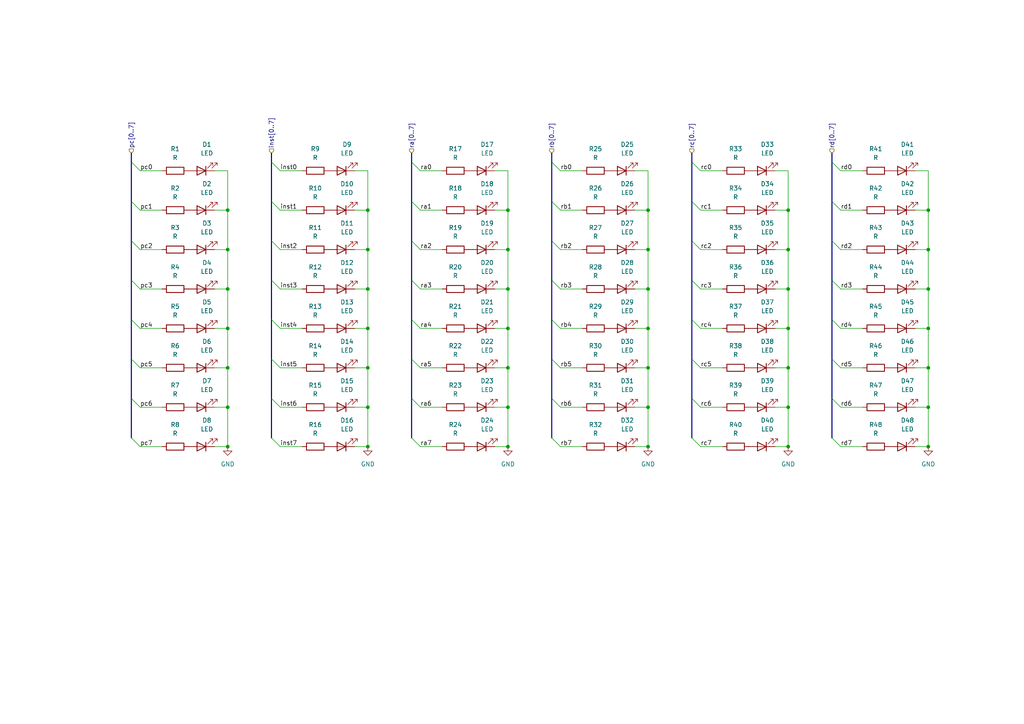
<source format=kicad_sch>
(kicad_sch (version 20211123) (generator eeschema)

  (uuid 7e409286-fd81-4589-a252-d85b68bce9f6)

  (paper "A4")

  (lib_symbols
    (symbol "Device:LED" (pin_numbers hide) (pin_names (offset 1.016) hide) (in_bom yes) (on_board yes)
      (property "Reference" "D" (id 0) (at 0 2.54 0)
        (effects (font (size 1.27 1.27)))
      )
      (property "Value" "LED" (id 1) (at 0 -2.54 0)
        (effects (font (size 1.27 1.27)))
      )
      (property "Footprint" "" (id 2) (at 0 0 0)
        (effects (font (size 1.27 1.27)) hide)
      )
      (property "Datasheet" "~" (id 3) (at 0 0 0)
        (effects (font (size 1.27 1.27)) hide)
      )
      (property "ki_keywords" "LED diode" (id 4) (at 0 0 0)
        (effects (font (size 1.27 1.27)) hide)
      )
      (property "ki_description" "Light emitting diode" (id 5) (at 0 0 0)
        (effects (font (size 1.27 1.27)) hide)
      )
      (property "ki_fp_filters" "LED* LED_SMD:* LED_THT:*" (id 6) (at 0 0 0)
        (effects (font (size 1.27 1.27)) hide)
      )
      (symbol "LED_0_1"
        (polyline
          (pts
            (xy -1.27 -1.27)
            (xy -1.27 1.27)
          )
          (stroke (width 0.254) (type default) (color 0 0 0 0))
          (fill (type none))
        )
        (polyline
          (pts
            (xy -1.27 0)
            (xy 1.27 0)
          )
          (stroke (width 0) (type default) (color 0 0 0 0))
          (fill (type none))
        )
        (polyline
          (pts
            (xy 1.27 -1.27)
            (xy 1.27 1.27)
            (xy -1.27 0)
            (xy 1.27 -1.27)
          )
          (stroke (width 0.254) (type default) (color 0 0 0 0))
          (fill (type none))
        )
        (polyline
          (pts
            (xy -3.048 -0.762)
            (xy -4.572 -2.286)
            (xy -3.81 -2.286)
            (xy -4.572 -2.286)
            (xy -4.572 -1.524)
          )
          (stroke (width 0) (type default) (color 0 0 0 0))
          (fill (type none))
        )
        (polyline
          (pts
            (xy -1.778 -0.762)
            (xy -3.302 -2.286)
            (xy -2.54 -2.286)
            (xy -3.302 -2.286)
            (xy -3.302 -1.524)
          )
          (stroke (width 0) (type default) (color 0 0 0 0))
          (fill (type none))
        )
      )
      (symbol "LED_1_1"
        (pin passive line (at -3.81 0 0) (length 2.54)
          (name "K" (effects (font (size 1.27 1.27))))
          (number "1" (effects (font (size 1.27 1.27))))
        )
        (pin passive line (at 3.81 0 180) (length 2.54)
          (name "A" (effects (font (size 1.27 1.27))))
          (number "2" (effects (font (size 1.27 1.27))))
        )
      )
    )
    (symbol "Device:R" (pin_numbers hide) (pin_names (offset 0)) (in_bom yes) (on_board yes)
      (property "Reference" "R" (id 0) (at 2.032 0 90)
        (effects (font (size 1.27 1.27)))
      )
      (property "Value" "R" (id 1) (at 0 0 90)
        (effects (font (size 1.27 1.27)))
      )
      (property "Footprint" "" (id 2) (at -1.778 0 90)
        (effects (font (size 1.27 1.27)) hide)
      )
      (property "Datasheet" "~" (id 3) (at 0 0 0)
        (effects (font (size 1.27 1.27)) hide)
      )
      (property "ki_keywords" "R res resistor" (id 4) (at 0 0 0)
        (effects (font (size 1.27 1.27)) hide)
      )
      (property "ki_description" "Resistor" (id 5) (at 0 0 0)
        (effects (font (size 1.27 1.27)) hide)
      )
      (property "ki_fp_filters" "R_*" (id 6) (at 0 0 0)
        (effects (font (size 1.27 1.27)) hide)
      )
      (symbol "R_0_1"
        (rectangle (start -1.016 -2.54) (end 1.016 2.54)
          (stroke (width 0.254) (type default) (color 0 0 0 0))
          (fill (type none))
        )
      )
      (symbol "R_1_1"
        (pin passive line (at 0 3.81 270) (length 1.27)
          (name "~" (effects (font (size 1.27 1.27))))
          (number "1" (effects (font (size 1.27 1.27))))
        )
        (pin passive line (at 0 -3.81 90) (length 1.27)
          (name "~" (effects (font (size 1.27 1.27))))
          (number "2" (effects (font (size 1.27 1.27))))
        )
      )
    )
    (symbol "power:GND" (power) (pin_names (offset 0)) (in_bom yes) (on_board yes)
      (property "Reference" "#PWR" (id 0) (at 0 -6.35 0)
        (effects (font (size 1.27 1.27)) hide)
      )
      (property "Value" "GND" (id 1) (at 0 -3.81 0)
        (effects (font (size 1.27 1.27)))
      )
      (property "Footprint" "" (id 2) (at 0 0 0)
        (effects (font (size 1.27 1.27)) hide)
      )
      (property "Datasheet" "" (id 3) (at 0 0 0)
        (effects (font (size 1.27 1.27)) hide)
      )
      (property "ki_keywords" "power-flag" (id 4) (at 0 0 0)
        (effects (font (size 1.27 1.27)) hide)
      )
      (property "ki_description" "Power symbol creates a global label with name \"GND\" , ground" (id 5) (at 0 0 0)
        (effects (font (size 1.27 1.27)) hide)
      )
      (symbol "GND_0_1"
        (polyline
          (pts
            (xy 0 0)
            (xy 0 -1.27)
            (xy 1.27 -1.27)
            (xy 0 -2.54)
            (xy -1.27 -1.27)
            (xy 0 -1.27)
          )
          (stroke (width 0) (type default) (color 0 0 0 0))
          (fill (type none))
        )
      )
      (symbol "GND_1_1"
        (pin power_in line (at 0 0 270) (length 0) hide
          (name "GND" (effects (font (size 1.27 1.27))))
          (number "1" (effects (font (size 1.27 1.27))))
        )
      )
    )
  )

  (junction (at 187.96 72.39) (diameter 0) (color 0 0 0 0)
    (uuid 005eb05d-fbf8-4ab2-a8ae-e174df9d03ae)
  )
  (junction (at 106.68 118.11) (diameter 0) (color 0 0 0 0)
    (uuid 0c7766ec-5dc3-46bd-aa03-dc6085c12a3f)
  )
  (junction (at 66.04 72.39) (diameter 0) (color 0 0 0 0)
    (uuid 18a8e287-d1c7-45b6-a196-710aa99585f3)
  )
  (junction (at 269.24 95.25) (diameter 0) (color 0 0 0 0)
    (uuid 1abc4cee-50ec-457c-82b2-4e047159ba63)
  )
  (junction (at 106.68 129.54) (diameter 0) (color 0 0 0 0)
    (uuid 213f0653-59c1-40b4-9747-608f0dd242cf)
  )
  (junction (at 228.6 118.11) (diameter 0) (color 0 0 0 0)
    (uuid 23c225f5-139f-4292-8bef-ab5b9a2fb3fb)
  )
  (junction (at 147.32 106.68) (diameter 0) (color 0 0 0 0)
    (uuid 2675a4d3-7186-447b-9977-c8d9ec8ec960)
  )
  (junction (at 187.96 106.68) (diameter 0) (color 0 0 0 0)
    (uuid 3343230e-2907-4cc4-84be-99cfef4736c3)
  )
  (junction (at 66.04 106.68) (diameter 0) (color 0 0 0 0)
    (uuid 363de26b-d793-4298-8598-5f7f2877dcc9)
  )
  (junction (at 66.04 129.54) (diameter 0) (color 0 0 0 0)
    (uuid 374ad622-749c-49b7-8d3f-49adbeebe4e2)
  )
  (junction (at 269.24 72.39) (diameter 0) (color 0 0 0 0)
    (uuid 399ae33c-21ed-44a9-9b10-960b0df4dec0)
  )
  (junction (at 66.04 95.25) (diameter 0) (color 0 0 0 0)
    (uuid 3f758ec9-95f3-4acf-8bdb-6d3c6615ff72)
  )
  (junction (at 106.68 72.39) (diameter 0) (color 0 0 0 0)
    (uuid 4e788c2d-e681-4826-97d9-067d00183083)
  )
  (junction (at 147.32 95.25) (diameter 0) (color 0 0 0 0)
    (uuid 5cf56f9b-bbcd-4d53-8b78-f1477501b3da)
  )
  (junction (at 228.6 72.39) (diameter 0) (color 0 0 0 0)
    (uuid 6ae25ed1-8ad0-4197-b5f7-b40b7bea3932)
  )
  (junction (at 228.6 95.25) (diameter 0) (color 0 0 0 0)
    (uuid 6cfba992-c6ac-470f-b9ba-75f7bf8b05bf)
  )
  (junction (at 228.6 106.68) (diameter 0) (color 0 0 0 0)
    (uuid 798c2670-edae-4c64-aa79-e42eb0789ce8)
  )
  (junction (at 147.32 60.96) (diameter 0) (color 0 0 0 0)
    (uuid 7ab51597-6263-4a82-ac10-15133a1b6336)
  )
  (junction (at 187.96 60.96) (diameter 0) (color 0 0 0 0)
    (uuid 7d4ef434-bb35-4ff7-a871-9fb9971ea459)
  )
  (junction (at 269.24 106.68) (diameter 0) (color 0 0 0 0)
    (uuid 7eaba4cf-55c4-40dc-9d81-3baa47afa9a7)
  )
  (junction (at 228.6 60.96) (diameter 0) (color 0 0 0 0)
    (uuid 81e1722d-4e9a-474e-9a1b-75655c45158b)
  )
  (junction (at 187.96 83.82) (diameter 0) (color 0 0 0 0)
    (uuid 822af68b-37da-44d9-9ed9-88aa3cc35a9c)
  )
  (junction (at 147.32 129.54) (diameter 0) (color 0 0 0 0)
    (uuid 8368d915-c51f-408f-9d7d-586d019d801d)
  )
  (junction (at 106.68 106.68) (diameter 0) (color 0 0 0 0)
    (uuid 8451ec8d-9735-492d-8fea-b625d1de33b4)
  )
  (junction (at 269.24 118.11) (diameter 0) (color 0 0 0 0)
    (uuid 87fb2439-648b-441b-9877-d841eaefdede)
  )
  (junction (at 106.68 95.25) (diameter 0) (color 0 0 0 0)
    (uuid 8d712027-6975-42a2-b4cf-f190fd46ecbf)
  )
  (junction (at 147.32 83.82) (diameter 0) (color 0 0 0 0)
    (uuid 8e463669-cc12-4eb0-aec0-3702a5eebe66)
  )
  (junction (at 269.24 83.82) (diameter 0) (color 0 0 0 0)
    (uuid 957abacf-4a19-4f41-b6a9-4ac9f1524cf8)
  )
  (junction (at 187.96 95.25) (diameter 0) (color 0 0 0 0)
    (uuid 98858fae-86cc-4fc4-b888-8ec9adaf8bf8)
  )
  (junction (at 66.04 118.11) (diameter 0) (color 0 0 0 0)
    (uuid 99a4d89d-d03f-4301-9bc4-8a6efe120f7a)
  )
  (junction (at 187.96 129.54) (diameter 0) (color 0 0 0 0)
    (uuid ada48a66-976c-4d55-a150-305520acba68)
  )
  (junction (at 269.24 129.54) (diameter 0) (color 0 0 0 0)
    (uuid b699d760-38f9-4bb3-be0b-3c13f3014d22)
  )
  (junction (at 66.04 83.82) (diameter 0) (color 0 0 0 0)
    (uuid c0cec5d0-e16e-4429-a9c9-c2547710fe88)
  )
  (junction (at 106.68 60.96) (diameter 0) (color 0 0 0 0)
    (uuid c52b6ebb-e7f4-42f7-ae9d-7f0283156a9e)
  )
  (junction (at 269.24 60.96) (diameter 0) (color 0 0 0 0)
    (uuid c557cb31-8201-4042-b8a0-69f343f49821)
  )
  (junction (at 228.6 83.82) (diameter 0) (color 0 0 0 0)
    (uuid c5aa3934-c25f-4736-9812-396b36d304eb)
  )
  (junction (at 66.04 60.96) (diameter 0) (color 0 0 0 0)
    (uuid d344746d-78a5-40c1-8bb3-d19694105924)
  )
  (junction (at 106.68 83.82) (diameter 0) (color 0 0 0 0)
    (uuid d605ca58-de26-4943-8445-a1ab1bb64c41)
  )
  (junction (at 228.6 129.54) (diameter 0) (color 0 0 0 0)
    (uuid ddcabeb5-dce1-4683-9a0a-f1ce37806f73)
  )
  (junction (at 187.96 118.11) (diameter 0) (color 0 0 0 0)
    (uuid e057d295-caaf-4e8f-898f-7b754c53af5d)
  )
  (junction (at 147.32 72.39) (diameter 0) (color 0 0 0 0)
    (uuid f1f12794-3b16-4214-869e-80f56d86efee)
  )
  (junction (at 147.32 118.11) (diameter 0) (color 0 0 0 0)
    (uuid faa31e7d-c5c9-44ec-8d27-b76418faacbe)
  )

  (bus_entry (at 160.02 92.71) (size 2.54 2.54)
    (stroke (width 0) (type default) (color 0 0 0 0))
    (uuid 06a17c35-be1b-489a-bdd0-8481fcc8b8ba)
  )
  (bus_entry (at 241.3 46.99) (size 2.54 2.54)
    (stroke (width 0) (type default) (color 0 0 0 0))
    (uuid 15930e2c-3874-4715-8c75-c468e1498842)
  )
  (bus_entry (at 78.74 69.85) (size 2.54 2.54)
    (stroke (width 0) (type default) (color 0 0 0 0))
    (uuid 340b2afa-fb8b-493a-a58d-66d8e27e128d)
  )
  (bus_entry (at 119.38 81.28) (size 2.54 2.54)
    (stroke (width 0) (type default) (color 0 0 0 0))
    (uuid 349c6f0d-aa9d-4cf2-b2b5-a2f4c06ccf7c)
  )
  (bus_entry (at 119.38 115.57) (size 2.54 2.54)
    (stroke (width 0) (type default) (color 0 0 0 0))
    (uuid 395e6f0f-1b46-4738-9b4a-5227280e3baf)
  )
  (bus_entry (at 160.02 115.57) (size 2.54 2.54)
    (stroke (width 0) (type default) (color 0 0 0 0))
    (uuid 3c130d64-9137-4c65-8366-1112524f50cc)
  )
  (bus_entry (at 200.66 127) (size 2.54 2.54)
    (stroke (width 0) (type default) (color 0 0 0 0))
    (uuid 414ab0e7-9a81-4e7b-a15a-be0cdb57644e)
  )
  (bus_entry (at 160.02 81.28) (size 2.54 2.54)
    (stroke (width 0) (type default) (color 0 0 0 0))
    (uuid 45abfb23-d6d2-4f96-bc7d-8cdf9e98f830)
  )
  (bus_entry (at 200.66 92.71) (size 2.54 2.54)
    (stroke (width 0) (type default) (color 0 0 0 0))
    (uuid 4b0d7b64-4bf1-4339-8266-649d33a539a6)
  )
  (bus_entry (at 160.02 104.14) (size 2.54 2.54)
    (stroke (width 0) (type default) (color 0 0 0 0))
    (uuid 50a60a51-85d9-4c0b-9e27-685dfae7b3ef)
  )
  (bus_entry (at 160.02 127) (size 2.54 2.54)
    (stroke (width 0) (type default) (color 0 0 0 0))
    (uuid 5583c201-6be4-428e-b26c-47c80d52ce89)
  )
  (bus_entry (at 78.74 92.71) (size 2.54 2.54)
    (stroke (width 0) (type default) (color 0 0 0 0))
    (uuid 5645c5cc-d336-45d0-848a-1c8276e1991c)
  )
  (bus_entry (at 241.3 115.57) (size 2.54 2.54)
    (stroke (width 0) (type default) (color 0 0 0 0))
    (uuid 568223d6-6e85-494d-a51f-dbe8ebf407b0)
  )
  (bus_entry (at 119.38 104.14) (size 2.54 2.54)
    (stroke (width 0) (type default) (color 0 0 0 0))
    (uuid 60222471-4339-470e-94ad-a3989b366d9d)
  )
  (bus_entry (at 160.02 58.42) (size 2.54 2.54)
    (stroke (width 0) (type default) (color 0 0 0 0))
    (uuid 660ae773-4812-4bf2-b735-1635c5e0c0b3)
  )
  (bus_entry (at 200.66 104.14) (size 2.54 2.54)
    (stroke (width 0) (type default) (color 0 0 0 0))
    (uuid 6794b9af-f7ad-4c57-a3ab-92dcdf2a0994)
  )
  (bus_entry (at 78.74 127) (size 2.54 2.54)
    (stroke (width 0) (type default) (color 0 0 0 0))
    (uuid 689c22fd-eb5f-477c-8c6f-74997457d7c3)
  )
  (bus_entry (at 119.38 46.99) (size 2.54 2.54)
    (stroke (width 0) (type default) (color 0 0 0 0))
    (uuid 6b9706c3-fe9c-498b-a217-4c181f0f6866)
  )
  (bus_entry (at 38.1 115.57) (size 2.54 2.54)
    (stroke (width 0) (type default) (color 0 0 0 0))
    (uuid 6d62783d-3a97-4ea3-b68b-1b364bd79040)
  )
  (bus_entry (at 38.1 127) (size 2.54 2.54)
    (stroke (width 0) (type default) (color 0 0 0 0))
    (uuid 6d62783d-3a97-4ea3-b68b-1b364bd79041)
  )
  (bus_entry (at 38.1 92.71) (size 2.54 2.54)
    (stroke (width 0) (type default) (color 0 0 0 0))
    (uuid 6d62783d-3a97-4ea3-b68b-1b364bd79042)
  )
  (bus_entry (at 38.1 104.14) (size 2.54 2.54)
    (stroke (width 0) (type default) (color 0 0 0 0))
    (uuid 6d62783d-3a97-4ea3-b68b-1b364bd79043)
  )
  (bus_entry (at 38.1 58.42) (size 2.54 2.54)
    (stroke (width 0) (type default) (color 0 0 0 0))
    (uuid 6d62783d-3a97-4ea3-b68b-1b364bd79044)
  )
  (bus_entry (at 38.1 46.99) (size 2.54 2.54)
    (stroke (width 0) (type default) (color 0 0 0 0))
    (uuid 6d62783d-3a97-4ea3-b68b-1b364bd79045)
  )
  (bus_entry (at 38.1 81.28) (size 2.54 2.54)
    (stroke (width 0) (type default) (color 0 0 0 0))
    (uuid 6d62783d-3a97-4ea3-b68b-1b364bd79046)
  )
  (bus_entry (at 200.66 115.57) (size 2.54 2.54)
    (stroke (width 0) (type default) (color 0 0 0 0))
    (uuid 70ac4313-da5c-4739-8ace-515fbc52d56a)
  )
  (bus_entry (at 119.38 127) (size 2.54 2.54)
    (stroke (width 0) (type default) (color 0 0 0 0))
    (uuid 7215e3ab-6ad6-4323-a021-07baca282c25)
  )
  (bus_entry (at 241.3 58.42) (size 2.54 2.54)
    (stroke (width 0) (type default) (color 0 0 0 0))
    (uuid 7b09d741-bb24-4641-869b-15db7cde186b)
  )
  (bus_entry (at 200.66 81.28) (size 2.54 2.54)
    (stroke (width 0) (type default) (color 0 0 0 0))
    (uuid 7e6bc91f-bfbf-4aaa-8f9d-5dd067728df5)
  )
  (bus_entry (at 119.38 69.85) (size 2.54 2.54)
    (stroke (width 0) (type default) (color 0 0 0 0))
    (uuid 7fe252a5-5673-444a-a6d7-244525457a21)
  )
  (bus_entry (at 160.02 69.85) (size 2.54 2.54)
    (stroke (width 0) (type default) (color 0 0 0 0))
    (uuid 8a977f34-a2fc-4574-8c85-433488616293)
  )
  (bus_entry (at 241.3 104.14) (size 2.54 2.54)
    (stroke (width 0) (type default) (color 0 0 0 0))
    (uuid 8cc5361b-08c3-4714-9902-b5705b02ebd8)
  )
  (bus_entry (at 119.38 92.71) (size 2.54 2.54)
    (stroke (width 0) (type default) (color 0 0 0 0))
    (uuid 966ae757-124f-4812-ab1f-2068389d5a22)
  )
  (bus_entry (at 241.3 127) (size 2.54 2.54)
    (stroke (width 0) (type default) (color 0 0 0 0))
    (uuid 9bc7ebb7-ed8c-4c8d-af37-9704734bf2dd)
  )
  (bus_entry (at 200.66 69.85) (size 2.54 2.54)
    (stroke (width 0) (type default) (color 0 0 0 0))
    (uuid 9c6bb213-6a95-46a3-a223-83dd46b1e63b)
  )
  (bus_entry (at 160.02 46.99) (size 2.54 2.54)
    (stroke (width 0) (type default) (color 0 0 0 0))
    (uuid b3b4174d-d355-4cd2-9427-ca5148809da9)
  )
  (bus_entry (at 78.74 104.14) (size 2.54 2.54)
    (stroke (width 0) (type default) (color 0 0 0 0))
    (uuid b9b87b52-5d29-4f3d-9424-be398355ff1d)
  )
  (bus_entry (at 38.1 69.85) (size 2.54 2.54)
    (stroke (width 0) (type default) (color 0 0 0 0))
    (uuid c0f2ab7e-5800-456f-ac47-1d60bab1d46a)
  )
  (bus_entry (at 241.3 92.71) (size 2.54 2.54)
    (stroke (width 0) (type default) (color 0 0 0 0))
    (uuid c110171c-0bed-4363-a893-ad49018c0cdb)
  )
  (bus_entry (at 78.74 115.57) (size 2.54 2.54)
    (stroke (width 0) (type default) (color 0 0 0 0))
    (uuid cea5b7c2-f012-4240-96f0-6827dd3d705a)
  )
  (bus_entry (at 241.3 81.28) (size 2.54 2.54)
    (stroke (width 0) (type default) (color 0 0 0 0))
    (uuid d03e573b-1ffd-46d8-b74d-957f306b168f)
  )
  (bus_entry (at 78.74 46.99) (size 2.54 2.54)
    (stroke (width 0) (type default) (color 0 0 0 0))
    (uuid d59ca601-3bc6-448b-ba7f-df07a7ae990f)
  )
  (bus_entry (at 119.38 58.42) (size 2.54 2.54)
    (stroke (width 0) (type default) (color 0 0 0 0))
    (uuid d61282e6-c113-4a85-a796-c1ad71157f3b)
  )
  (bus_entry (at 200.66 58.42) (size 2.54 2.54)
    (stroke (width 0) (type default) (color 0 0 0 0))
    (uuid df10e41f-b4f1-4a9f-90c7-52e3401f3ab2)
  )
  (bus_entry (at 78.74 81.28) (size 2.54 2.54)
    (stroke (width 0) (type default) (color 0 0 0 0))
    (uuid e0c38338-9171-429a-b895-495e1b6a34e4)
  )
  (bus_entry (at 241.3 69.85) (size 2.54 2.54)
    (stroke (width 0) (type default) (color 0 0 0 0))
    (uuid f2a6c733-273e-4653-8219-83326dbdb85b)
  )
  (bus_entry (at 200.66 46.99) (size 2.54 2.54)
    (stroke (width 0) (type default) (color 0 0 0 0))
    (uuid f2bb5c63-d490-4d93-b95b-ebeff450f061)
  )
  (bus_entry (at 78.74 58.42) (size 2.54 2.54)
    (stroke (width 0) (type default) (color 0 0 0 0))
    (uuid f93a5596-45ed-429e-90fc-d0546b7db616)
  )

  (wire (pts (xy 187.96 118.11) (xy 187.96 129.54))
    (stroke (width 0) (type default) (color 0 0 0 0))
    (uuid 00461bed-1cde-4e10-8183-c39784afd074)
  )
  (bus (pts (xy 241.3 44.45) (xy 241.3 46.99))
    (stroke (width 0) (type default) (color 0 0 0 0))
    (uuid 018f730b-9e6d-4d3c-894e-42cef1119054)
  )

  (wire (pts (xy 121.92 60.96) (xy 128.27 60.96))
    (stroke (width 0) (type default) (color 0 0 0 0))
    (uuid 02a48c80-ed54-448d-a1b6-00ec0e1d749a)
  )
  (bus (pts (xy 78.74 115.57) (xy 78.74 127))
    (stroke (width 0) (type default) (color 0 0 0 0))
    (uuid 02dce4b9-6f89-40c7-b6df-18d2693f6c92)
  )

  (wire (pts (xy 162.56 60.96) (xy 168.91 60.96))
    (stroke (width 0) (type default) (color 0 0 0 0))
    (uuid 030581ee-2d94-4c6f-a9cb-f298307794bc)
  )
  (wire (pts (xy 162.56 106.68) (xy 168.91 106.68))
    (stroke (width 0) (type default) (color 0 0 0 0))
    (uuid 05a075f0-cc70-4264-9039-42073cca1f82)
  )
  (bus (pts (xy 38.1 81.28) (xy 38.1 92.71))
    (stroke (width 0) (type default) (color 0 0 0 0))
    (uuid 05d1b481-3e84-404e-8d14-496f91a75702)
  )

  (wire (pts (xy 162.56 118.11) (xy 168.91 118.11))
    (stroke (width 0) (type default) (color 0 0 0 0))
    (uuid 0613609f-2bf0-444f-a9ca-7bd1239011b2)
  )
  (wire (pts (xy 66.04 49.53) (xy 66.04 60.96))
    (stroke (width 0) (type default) (color 0 0 0 0))
    (uuid 0773e278-9c00-43b3-9701-9406c668896a)
  )
  (bus (pts (xy 119.38 92.71) (xy 119.38 104.14))
    (stroke (width 0) (type default) (color 0 0 0 0))
    (uuid 07dcc106-cd50-48a4-ae95-898cefc11718)
  )

  (wire (pts (xy 143.51 118.11) (xy 147.32 118.11))
    (stroke (width 0) (type default) (color 0 0 0 0))
    (uuid 082c6e2e-031d-417d-bb82-27229bcce7cb)
  )
  (bus (pts (xy 160.02 92.71) (xy 160.02 104.14))
    (stroke (width 0) (type default) (color 0 0 0 0))
    (uuid 09405b71-6603-4349-aced-9b4e38f77511)
  )
  (bus (pts (xy 200.66 115.57) (xy 200.66 127))
    (stroke (width 0) (type default) (color 0 0 0 0))
    (uuid 094aff99-6643-4403-a982-05ca36d23f04)
  )
  (bus (pts (xy 241.3 92.71) (xy 241.3 104.14))
    (stroke (width 0) (type default) (color 0 0 0 0))
    (uuid 0a5f31bf-3e18-44bb-8901-66d47f0460c9)
  )
  (bus (pts (xy 200.66 44.45) (xy 200.66 46.99))
    (stroke (width 0) (type default) (color 0 0 0 0))
    (uuid 0fcafddf-e3e4-4ad6-9406-6e852169edfd)
  )

  (wire (pts (xy 66.04 118.11) (xy 66.04 129.54))
    (stroke (width 0) (type default) (color 0 0 0 0))
    (uuid 1403dd95-3119-46e2-90cd-84ed0ea135b4)
  )
  (wire (pts (xy 184.15 95.25) (xy 187.96 95.25))
    (stroke (width 0) (type default) (color 0 0 0 0))
    (uuid 17eed685-736e-46f1-a27a-e64339762015)
  )
  (wire (pts (xy 187.96 72.39) (xy 187.96 83.82))
    (stroke (width 0) (type default) (color 0 0 0 0))
    (uuid 18adeb94-05fb-4d99-bee1-6167ec422913)
  )
  (wire (pts (xy 203.2 106.68) (xy 209.55 106.68))
    (stroke (width 0) (type default) (color 0 0 0 0))
    (uuid 19cab708-3df9-4ffe-be79-674ae9047bd3)
  )
  (bus (pts (xy 38.1 104.14) (xy 38.1 115.57))
    (stroke (width 0) (type default) (color 0 0 0 0))
    (uuid 1a15f152-f9d6-4c5a-b250-bbeefc2c55bd)
  )

  (wire (pts (xy 40.64 106.68) (xy 46.99 106.68))
    (stroke (width 0) (type default) (color 0 0 0 0))
    (uuid 1af66dd7-6577-4ed2-ac67-f85df42c3013)
  )
  (bus (pts (xy 119.38 58.42) (xy 119.38 69.85))
    (stroke (width 0) (type default) (color 0 0 0 0))
    (uuid 1bd90feb-e411-4974-af68-4b29929c1577)
  )

  (wire (pts (xy 143.51 72.39) (xy 147.32 72.39))
    (stroke (width 0) (type default) (color 0 0 0 0))
    (uuid 1bf202e3-58fc-4de0-a2d1-de07aefce5b3)
  )
  (wire (pts (xy 102.87 60.96) (xy 106.68 60.96))
    (stroke (width 0) (type default) (color 0 0 0 0))
    (uuid 1ef145de-aa9e-46a2-82ab-da596a5b4628)
  )
  (bus (pts (xy 38.1 46.99) (xy 38.1 58.42))
    (stroke (width 0) (type default) (color 0 0 0 0))
    (uuid 1f2393fb-02d6-438a-9f89-f3aa73d66023)
  )

  (wire (pts (xy 81.28 118.11) (xy 87.63 118.11))
    (stroke (width 0) (type default) (color 0 0 0 0))
    (uuid 1f7036c4-d697-4d3f-a793-2e08929d5e71)
  )
  (bus (pts (xy 200.66 92.71) (xy 200.66 104.14))
    (stroke (width 0) (type default) (color 0 0 0 0))
    (uuid 2089af33-097a-4a43-8a64-744010c0df45)
  )
  (bus (pts (xy 78.74 44.45) (xy 78.74 46.99))
    (stroke (width 0) (type default) (color 0 0 0 0))
    (uuid 2297d37e-4de0-4b8f-b610-35ea5be0c62e)
  )

  (wire (pts (xy 203.2 95.25) (xy 209.55 95.25))
    (stroke (width 0) (type default) (color 0 0 0 0))
    (uuid 22e9297a-22aa-4456-841d-b0347bfdbbd7)
  )
  (bus (pts (xy 200.66 104.14) (xy 200.66 115.57))
    (stroke (width 0) (type default) (color 0 0 0 0))
    (uuid 26d713e1-7729-413a-b74c-055b6fa8d888)
  )

  (wire (pts (xy 224.79 60.96) (xy 228.6 60.96))
    (stroke (width 0) (type default) (color 0 0 0 0))
    (uuid 276b2729-c8ba-48f7-be81-25833c3e1e23)
  )
  (wire (pts (xy 81.28 83.82) (xy 87.63 83.82))
    (stroke (width 0) (type default) (color 0 0 0 0))
    (uuid 2870a3fa-c008-4b2f-89fd-0d8ffeac7c6c)
  )
  (wire (pts (xy 228.6 49.53) (xy 228.6 60.96))
    (stroke (width 0) (type default) (color 0 0 0 0))
    (uuid 29740fbe-ed53-469c-beb7-6b5ef157ac3d)
  )
  (wire (pts (xy 265.43 95.25) (xy 269.24 95.25))
    (stroke (width 0) (type default) (color 0 0 0 0))
    (uuid 297e7762-6e90-4b0f-a3fc-f94099c8b5f6)
  )
  (wire (pts (xy 66.04 106.68) (xy 66.04 118.11))
    (stroke (width 0) (type default) (color 0 0 0 0))
    (uuid 2a99ccc4-b949-4b3a-88bf-07b46d49830f)
  )
  (wire (pts (xy 184.15 60.96) (xy 187.96 60.96))
    (stroke (width 0) (type default) (color 0 0 0 0))
    (uuid 2b62e4a5-b78b-47e4-a97a-712f3fc30d00)
  )
  (bus (pts (xy 160.02 58.42) (xy 160.02 69.85))
    (stroke (width 0) (type default) (color 0 0 0 0))
    (uuid 30c67a6f-8eeb-45e2-ac1a-06f54bb4fa8e)
  )

  (wire (pts (xy 184.15 72.39) (xy 187.96 72.39))
    (stroke (width 0) (type default) (color 0 0 0 0))
    (uuid 31540eef-0a9e-4332-a6c2-2e72204965ea)
  )
  (wire (pts (xy 184.15 83.82) (xy 187.96 83.82))
    (stroke (width 0) (type default) (color 0 0 0 0))
    (uuid 34001b69-9510-43d6-8269-c294af559b03)
  )
  (wire (pts (xy 143.51 106.68) (xy 147.32 106.68))
    (stroke (width 0) (type default) (color 0 0 0 0))
    (uuid 341315da-6e5f-4150-8d69-aa98ada8d15d)
  )
  (wire (pts (xy 121.92 83.82) (xy 128.27 83.82))
    (stroke (width 0) (type default) (color 0 0 0 0))
    (uuid 356c4287-3dad-40f8-97c9-af5cd1eb4fc2)
  )
  (wire (pts (xy 102.87 106.68) (xy 106.68 106.68))
    (stroke (width 0) (type default) (color 0 0 0 0))
    (uuid 36c0b384-edb2-4d6a-a8ad-3cc76f8c27d0)
  )
  (wire (pts (xy 106.68 60.96) (xy 106.68 72.39))
    (stroke (width 0) (type default) (color 0 0 0 0))
    (uuid 37b14f19-7bc4-4553-a64f-9b2bc09f9f31)
  )
  (wire (pts (xy 106.68 106.68) (xy 106.68 118.11))
    (stroke (width 0) (type default) (color 0 0 0 0))
    (uuid 37efbfae-024c-4f19-9dc7-2124c3a9a060)
  )
  (wire (pts (xy 147.32 83.82) (xy 147.32 95.25))
    (stroke (width 0) (type default) (color 0 0 0 0))
    (uuid 3a0c2da1-1591-4743-9b15-278e8de2a7f4)
  )
  (wire (pts (xy 224.79 83.82) (xy 228.6 83.82))
    (stroke (width 0) (type default) (color 0 0 0 0))
    (uuid 3a410a0c-e5ea-45f7-941c-b2e2d4f8fe3b)
  )
  (wire (pts (xy 203.2 118.11) (xy 209.55 118.11))
    (stroke (width 0) (type default) (color 0 0 0 0))
    (uuid 3a824ab7-a2c5-490b-8d65-d87fefd6476f)
  )
  (wire (pts (xy 40.64 129.54) (xy 46.99 129.54))
    (stroke (width 0) (type default) (color 0 0 0 0))
    (uuid 3afd5d32-c7a3-4ee5-9149-08808b9fabad)
  )
  (wire (pts (xy 102.87 118.11) (xy 106.68 118.11))
    (stroke (width 0) (type default) (color 0 0 0 0))
    (uuid 3b619710-6913-46ba-b130-eee545ae2a51)
  )
  (wire (pts (xy 143.51 60.96) (xy 147.32 60.96))
    (stroke (width 0) (type default) (color 0 0 0 0))
    (uuid 3b645611-f889-4992-bfb1-2abcf39bf008)
  )
  (bus (pts (xy 160.02 44.45) (xy 160.02 46.99))
    (stroke (width 0) (type default) (color 0 0 0 0))
    (uuid 3ccfde19-0dfa-4e75-8b58-bdca609e3010)
  )

  (wire (pts (xy 66.04 60.96) (xy 66.04 72.39))
    (stroke (width 0) (type default) (color 0 0 0 0))
    (uuid 3f56fba1-dbb6-465e-90d1-a7c1f29cec9e)
  )
  (bus (pts (xy 241.3 81.28) (xy 241.3 92.71))
    (stroke (width 0) (type default) (color 0 0 0 0))
    (uuid 406c73bd-0ed2-4848-a1fc-e01090b9eb59)
  )

  (wire (pts (xy 243.84 49.53) (xy 250.19 49.53))
    (stroke (width 0) (type default) (color 0 0 0 0))
    (uuid 413e4cc8-ccd0-4435-8dd0-0fec1e1002c2)
  )
  (wire (pts (xy 121.92 95.25) (xy 128.27 95.25))
    (stroke (width 0) (type default) (color 0 0 0 0))
    (uuid 45b32cbe-f349-4537-ac1d-3bcbe169abd8)
  )
  (wire (pts (xy 121.92 72.39) (xy 128.27 72.39))
    (stroke (width 0) (type default) (color 0 0 0 0))
    (uuid 45e078b8-375c-4767-8d91-3035f920d02b)
  )
  (wire (pts (xy 269.24 118.11) (xy 269.24 129.54))
    (stroke (width 0) (type default) (color 0 0 0 0))
    (uuid 4790bcb2-7790-46b9-9080-9ca48e01b7a3)
  )
  (wire (pts (xy 224.79 106.68) (xy 228.6 106.68))
    (stroke (width 0) (type default) (color 0 0 0 0))
    (uuid 47987731-ba2e-4fb5-9e07-b95440e8f192)
  )
  (bus (pts (xy 119.38 44.45) (xy 119.38 46.99))
    (stroke (width 0) (type default) (color 0 0 0 0))
    (uuid 4862d843-e409-41a1-84b2-b43d6410e8b8)
  )
  (bus (pts (xy 160.02 115.57) (xy 160.02 127))
    (stroke (width 0) (type default) (color 0 0 0 0))
    (uuid 495602cd-6bc9-4895-913e-be390f4d8406)
  )

  (wire (pts (xy 269.24 83.82) (xy 269.24 95.25))
    (stroke (width 0) (type default) (color 0 0 0 0))
    (uuid 4abb63f5-8362-4f72-82d5-39d3940f7b0b)
  )
  (wire (pts (xy 106.68 72.39) (xy 106.68 83.82))
    (stroke (width 0) (type default) (color 0 0 0 0))
    (uuid 4ce1e03c-caf4-4681-ab55-4bc17e47f1f5)
  )
  (wire (pts (xy 203.2 72.39) (xy 209.55 72.39))
    (stroke (width 0) (type default) (color 0 0 0 0))
    (uuid 4e509f30-e9dd-4a9f-82ce-866d090401fd)
  )
  (bus (pts (xy 78.74 46.99) (xy 78.74 58.42))
    (stroke (width 0) (type default) (color 0 0 0 0))
    (uuid 4fbe4ec3-1e90-4dd5-97a7-c79de64ad46c)
  )

  (wire (pts (xy 203.2 60.96) (xy 209.55 60.96))
    (stroke (width 0) (type default) (color 0 0 0 0))
    (uuid 507284db-988b-49b4-b378-aaf787319767)
  )
  (bus (pts (xy 160.02 69.85) (xy 160.02 81.28))
    (stroke (width 0) (type default) (color 0 0 0 0))
    (uuid 50ff22aa-5d2e-40b7-b7ce-6f92d1ab557e)
  )

  (wire (pts (xy 81.28 106.68) (xy 87.63 106.68))
    (stroke (width 0) (type default) (color 0 0 0 0))
    (uuid 521643b7-dad5-4cd4-bd2f-6e52d00026f5)
  )
  (bus (pts (xy 38.1 115.57) (xy 38.1 127))
    (stroke (width 0) (type default) (color 0 0 0 0))
    (uuid 57104663-16c9-4fb8-af5a-eb25d950c82e)
  )

  (wire (pts (xy 243.84 129.54) (xy 250.19 129.54))
    (stroke (width 0) (type default) (color 0 0 0 0))
    (uuid 5ca03068-e9ab-48f1-bcd0-8587b1255ccd)
  )
  (wire (pts (xy 224.79 129.54) (xy 228.6 129.54))
    (stroke (width 0) (type default) (color 0 0 0 0))
    (uuid 603ec159-a21b-4356-9529-d257c6ca5631)
  )
  (wire (pts (xy 265.43 118.11) (xy 269.24 118.11))
    (stroke (width 0) (type default) (color 0 0 0 0))
    (uuid 613ea8a9-3cb7-48bb-86ef-32fb38b57bed)
  )
  (wire (pts (xy 243.84 95.25) (xy 250.19 95.25))
    (stroke (width 0) (type default) (color 0 0 0 0))
    (uuid 616b413d-73f4-4440-8432-c7b447f83e32)
  )
  (wire (pts (xy 40.64 72.39) (xy 46.99 72.39))
    (stroke (width 0) (type default) (color 0 0 0 0))
    (uuid 61b56c77-c22c-4c88-b331-75db4a05fcae)
  )
  (wire (pts (xy 147.32 106.68) (xy 147.32 118.11))
    (stroke (width 0) (type default) (color 0 0 0 0))
    (uuid 6263fe16-d954-458a-b41c-3ec97dc2cd20)
  )
  (wire (pts (xy 147.32 95.25) (xy 147.32 106.68))
    (stroke (width 0) (type default) (color 0 0 0 0))
    (uuid 650d708c-f5d1-4918-94e8-5104a41d1be1)
  )
  (wire (pts (xy 228.6 95.25) (xy 228.6 106.68))
    (stroke (width 0) (type default) (color 0 0 0 0))
    (uuid 65450a2b-ffe3-4772-8e53-3c46fc7a3333)
  )
  (bus (pts (xy 200.66 46.99) (xy 200.66 58.42))
    (stroke (width 0) (type default) (color 0 0 0 0))
    (uuid 6576842f-9c52-471e-9b78-72c1703ad498)
  )

  (wire (pts (xy 269.24 72.39) (xy 269.24 83.82))
    (stroke (width 0) (type default) (color 0 0 0 0))
    (uuid 6a8b0c5d-4994-4766-9039-915cbeb72c3b)
  )
  (wire (pts (xy 265.43 49.53) (xy 269.24 49.53))
    (stroke (width 0) (type default) (color 0 0 0 0))
    (uuid 6a9a50a2-50dc-4d77-9d4e-3acb07105626)
  )
  (wire (pts (xy 121.92 129.54) (xy 128.27 129.54))
    (stroke (width 0) (type default) (color 0 0 0 0))
    (uuid 6b8afd19-0304-4bb1-bbbb-9c1c90728de6)
  )
  (wire (pts (xy 106.68 83.82) (xy 106.68 95.25))
    (stroke (width 0) (type default) (color 0 0 0 0))
    (uuid 6b9323f2-5ad6-4956-ad99-32cbcdf3378d)
  )
  (wire (pts (xy 147.32 60.96) (xy 147.32 72.39))
    (stroke (width 0) (type default) (color 0 0 0 0))
    (uuid 6bde0840-e503-4c9f-a8c0-10fd7be12888)
  )
  (bus (pts (xy 119.38 69.85) (xy 119.38 81.28))
    (stroke (width 0) (type default) (color 0 0 0 0))
    (uuid 6cfba1fe-2a08-4f45-9c43-f1f86d3601ee)
  )

  (wire (pts (xy 224.79 49.53) (xy 228.6 49.53))
    (stroke (width 0) (type default) (color 0 0 0 0))
    (uuid 6d0c9039-6f6e-4e95-947c-52bc808e7056)
  )
  (wire (pts (xy 121.92 49.53) (xy 128.27 49.53))
    (stroke (width 0) (type default) (color 0 0 0 0))
    (uuid 6e495a57-e638-4ea2-9675-c70179c9f1d0)
  )
  (wire (pts (xy 162.56 95.25) (xy 168.91 95.25))
    (stroke (width 0) (type default) (color 0 0 0 0))
    (uuid 72e5d030-78cd-413c-ba68-e32d27c49d65)
  )
  (wire (pts (xy 40.64 83.82) (xy 46.99 83.82))
    (stroke (width 0) (type default) (color 0 0 0 0))
    (uuid 746e43c3-c7e7-4697-abf0-46c97efdc327)
  )
  (wire (pts (xy 243.84 118.11) (xy 250.19 118.11))
    (stroke (width 0) (type default) (color 0 0 0 0))
    (uuid 773061b3-0283-4924-94ea-3bad6cefb5b7)
  )
  (wire (pts (xy 243.84 83.82) (xy 250.19 83.82))
    (stroke (width 0) (type default) (color 0 0 0 0))
    (uuid 784c2c99-aaa1-4c8a-bc77-9f336bb98d0d)
  )
  (wire (pts (xy 269.24 95.25) (xy 269.24 106.68))
    (stroke (width 0) (type default) (color 0 0 0 0))
    (uuid 7b87a984-8906-4efb-a98b-2df5de88605c)
  )
  (wire (pts (xy 203.2 129.54) (xy 209.55 129.54))
    (stroke (width 0) (type default) (color 0 0 0 0))
    (uuid 7c0c0aed-3a23-4039-8112-bc6aad11b178)
  )
  (wire (pts (xy 102.87 72.39) (xy 106.68 72.39))
    (stroke (width 0) (type default) (color 0 0 0 0))
    (uuid 7c19a197-1345-4b5d-85e2-2f88c1d3bece)
  )
  (wire (pts (xy 147.32 118.11) (xy 147.32 129.54))
    (stroke (width 0) (type default) (color 0 0 0 0))
    (uuid 7d5b7a43-1087-40c5-b365-cf5a95052eaa)
  )
  (bus (pts (xy 160.02 81.28) (xy 160.02 92.71))
    (stroke (width 0) (type default) (color 0 0 0 0))
    (uuid 7fffe7f7-99d0-48cd-a5e2-fe3ab8ac4b49)
  )

  (wire (pts (xy 81.28 49.53) (xy 87.63 49.53))
    (stroke (width 0) (type default) (color 0 0 0 0))
    (uuid 81b1a100-2b51-4a2b-92f4-13d91d1b17c1)
  )
  (wire (pts (xy 243.84 106.68) (xy 250.19 106.68))
    (stroke (width 0) (type default) (color 0 0 0 0))
    (uuid 86158768-5167-4b26-9eae-0fd5d11a2f94)
  )
  (wire (pts (xy 265.43 106.68) (xy 269.24 106.68))
    (stroke (width 0) (type default) (color 0 0 0 0))
    (uuid 88339276-58ff-4382-bc4a-0abe12c81f9f)
  )
  (bus (pts (xy 38.1 58.42) (xy 38.1 69.85))
    (stroke (width 0) (type default) (color 0 0 0 0))
    (uuid 89a21c9f-9407-43f7-a119-f1498ddcb99e)
  )
  (bus (pts (xy 200.66 58.42) (xy 200.66 69.85))
    (stroke (width 0) (type default) (color 0 0 0 0))
    (uuid 8b23208f-dca6-4a88-88e5-0b05f8c1db86)
  )

  (wire (pts (xy 228.6 72.39) (xy 228.6 83.82))
    (stroke (width 0) (type default) (color 0 0 0 0))
    (uuid 8b28d931-859f-4afa-9c93-29d8681226d5)
  )
  (wire (pts (xy 143.51 49.53) (xy 147.32 49.53))
    (stroke (width 0) (type default) (color 0 0 0 0))
    (uuid 8c2c1114-6de1-4a2a-94da-c1d2ac31f5d3)
  )
  (bus (pts (xy 160.02 46.99) (xy 160.02 58.42))
    (stroke (width 0) (type default) (color 0 0 0 0))
    (uuid 8de97da4-7353-49c7-9136-4ab5cd70a392)
  )
  (bus (pts (xy 119.38 81.28) (xy 119.38 92.71))
    (stroke (width 0) (type default) (color 0 0 0 0))
    (uuid 8e826973-d3e6-464e-9abd-8779fff78ab9)
  )

  (wire (pts (xy 66.04 72.39) (xy 66.04 83.82))
    (stroke (width 0) (type default) (color 0 0 0 0))
    (uuid 8f992389-fed3-4288-affe-e35eb84df41f)
  )
  (bus (pts (xy 38.1 44.45) (xy 38.1 46.99))
    (stroke (width 0) (type default) (color 0 0 0 0))
    (uuid 9022c4f7-433a-4972-a1d3-d432056f1bb6)
  )

  (wire (pts (xy 62.23 106.68) (xy 66.04 106.68))
    (stroke (width 0) (type default) (color 0 0 0 0))
    (uuid 96c00125-caf8-4541-b7a0-12430738d103)
  )
  (wire (pts (xy 162.56 129.54) (xy 168.91 129.54))
    (stroke (width 0) (type default) (color 0 0 0 0))
    (uuid 985dd7f9-e819-4573-86f0-4c00259a8f0d)
  )
  (wire (pts (xy 40.64 60.96) (xy 46.99 60.96))
    (stroke (width 0) (type default) (color 0 0 0 0))
    (uuid 989168ee-de64-4aa8-a77b-802eb838f254)
  )
  (wire (pts (xy 224.79 95.25) (xy 228.6 95.25))
    (stroke (width 0) (type default) (color 0 0 0 0))
    (uuid 99e88616-0109-484c-8ffb-14f7e3743e85)
  )
  (wire (pts (xy 265.43 72.39) (xy 269.24 72.39))
    (stroke (width 0) (type default) (color 0 0 0 0))
    (uuid 9ef86f35-2394-4598-9961-c0c76bcb33e7)
  )
  (wire (pts (xy 62.23 60.96) (xy 66.04 60.96))
    (stroke (width 0) (type default) (color 0 0 0 0))
    (uuid 9f2369a5-7424-48f1-bf5f-b40a3ac76a0d)
  )
  (wire (pts (xy 228.6 60.96) (xy 228.6 72.39))
    (stroke (width 0) (type default) (color 0 0 0 0))
    (uuid 9f5bda34-0245-4b6b-a7a7-e5b620cf5ea9)
  )
  (bus (pts (xy 119.38 46.99) (xy 119.38 58.42))
    (stroke (width 0) (type default) (color 0 0 0 0))
    (uuid a08daf27-4e36-4541-baff-50ec8dc5e20e)
  )

  (wire (pts (xy 147.32 72.39) (xy 147.32 83.82))
    (stroke (width 0) (type default) (color 0 0 0 0))
    (uuid a1303c0c-13e6-41a2-b464-f2f520c2e057)
  )
  (wire (pts (xy 106.68 118.11) (xy 106.68 129.54))
    (stroke (width 0) (type default) (color 0 0 0 0))
    (uuid a320f292-c72f-45f2-8a50-08bab28b6571)
  )
  (wire (pts (xy 81.28 60.96) (xy 87.63 60.96))
    (stroke (width 0) (type default) (color 0 0 0 0))
    (uuid a3bf6e77-7b05-4728-b799-8bbc24a87d8a)
  )
  (wire (pts (xy 81.28 129.54) (xy 87.63 129.54))
    (stroke (width 0) (type default) (color 0 0 0 0))
    (uuid a53e8f7d-fed2-4175-bd91-9c420d454d56)
  )
  (wire (pts (xy 228.6 106.68) (xy 228.6 118.11))
    (stroke (width 0) (type default) (color 0 0 0 0))
    (uuid a6ca1d48-e732-431a-9076-01bdc5a1446d)
  )
  (wire (pts (xy 265.43 60.96) (xy 269.24 60.96))
    (stroke (width 0) (type default) (color 0 0 0 0))
    (uuid a7d2a129-6ea7-41f3-bc63-2e75b0755f8f)
  )
  (wire (pts (xy 228.6 118.11) (xy 228.6 129.54))
    (stroke (width 0) (type default) (color 0 0 0 0))
    (uuid aab36625-7b39-4773-912d-185a93e4c766)
  )
  (wire (pts (xy 162.56 83.82) (xy 168.91 83.82))
    (stroke (width 0) (type default) (color 0 0 0 0))
    (uuid ab8eb073-8840-47f7-8bbc-6af975e89471)
  )
  (bus (pts (xy 241.3 115.57) (xy 241.3 127))
    (stroke (width 0) (type default) (color 0 0 0 0))
    (uuid aba81bc0-17b0-4a1d-897b-764c76b34ca8)
  )
  (bus (pts (xy 78.74 92.71) (xy 78.74 104.14))
    (stroke (width 0) (type default) (color 0 0 0 0))
    (uuid abba49a6-aed4-4ecc-9ad6-60290e055272)
  )

  (wire (pts (xy 143.51 83.82) (xy 147.32 83.82))
    (stroke (width 0) (type default) (color 0 0 0 0))
    (uuid abc74907-d66f-47e6-9559-d8ed824d3f76)
  )
  (wire (pts (xy 121.92 118.11) (xy 128.27 118.11))
    (stroke (width 0) (type default) (color 0 0 0 0))
    (uuid ac352dc5-ffc9-4b35-8a4e-43e72ddf4102)
  )
  (wire (pts (xy 62.23 49.53) (xy 66.04 49.53))
    (stroke (width 0) (type default) (color 0 0 0 0))
    (uuid acf1abc3-3dcf-435c-a92e-cd167036f33a)
  )
  (bus (pts (xy 119.38 115.57) (xy 119.38 127))
    (stroke (width 0) (type default) (color 0 0 0 0))
    (uuid acf2ac89-d19c-4fc5-b3e5-650246529e6b)
  )

  (wire (pts (xy 228.6 83.82) (xy 228.6 95.25))
    (stroke (width 0) (type default) (color 0 0 0 0))
    (uuid afa23fc4-3541-4acc-a07a-084fd550587f)
  )
  (wire (pts (xy 187.96 106.68) (xy 187.96 118.11))
    (stroke (width 0) (type default) (color 0 0 0 0))
    (uuid b02eb32d-b1cd-4d0f-b8c6-e12eb2c10ef4)
  )
  (bus (pts (xy 160.02 104.14) (xy 160.02 115.57))
    (stroke (width 0) (type default) (color 0 0 0 0))
    (uuid b2d3fd30-c39d-41ec-acde-4fde2bc6c4b5)
  )

  (wire (pts (xy 40.64 95.25) (xy 46.99 95.25))
    (stroke (width 0) (type default) (color 0 0 0 0))
    (uuid b38b7288-5a9b-4a92-84bd-59929d96b2ce)
  )
  (wire (pts (xy 224.79 72.39) (xy 228.6 72.39))
    (stroke (width 0) (type default) (color 0 0 0 0))
    (uuid b4ac2562-5245-4520-b504-6e1ee76f54c9)
  )
  (wire (pts (xy 187.96 83.82) (xy 187.96 95.25))
    (stroke (width 0) (type default) (color 0 0 0 0))
    (uuid b89f6d5a-b7ad-4df4-b119-278ec75a8485)
  )
  (wire (pts (xy 162.56 72.39) (xy 168.91 72.39))
    (stroke (width 0) (type default) (color 0 0 0 0))
    (uuid b8a60015-c8dc-4e39-a61f-b8f598b0a090)
  )
  (wire (pts (xy 243.84 60.96) (xy 250.19 60.96))
    (stroke (width 0) (type default) (color 0 0 0 0))
    (uuid b8dce90e-0861-4f41-ba07-e9e3e8ed9e88)
  )
  (wire (pts (xy 66.04 95.25) (xy 66.04 106.68))
    (stroke (width 0) (type default) (color 0 0 0 0))
    (uuid b9253681-2d2e-4e86-8cfe-7bcded240737)
  )
  (wire (pts (xy 62.23 129.54) (xy 66.04 129.54))
    (stroke (width 0) (type default) (color 0 0 0 0))
    (uuid b95b89de-1956-4bc8-8b9c-941d90cb27e6)
  )
  (wire (pts (xy 243.84 72.39) (xy 250.19 72.39))
    (stroke (width 0) (type default) (color 0 0 0 0))
    (uuid b9bda27c-ba2f-486a-b6d5-8aea76153f2e)
  )
  (wire (pts (xy 102.87 129.54) (xy 106.68 129.54))
    (stroke (width 0) (type default) (color 0 0 0 0))
    (uuid be099efd-a40d-44ec-a98d-0a2f258f8d0a)
  )
  (wire (pts (xy 62.23 83.82) (xy 66.04 83.82))
    (stroke (width 0) (type default) (color 0 0 0 0))
    (uuid bf55b3d2-0364-4479-8720-1aca56d25285)
  )
  (wire (pts (xy 184.15 49.53) (xy 187.96 49.53))
    (stroke (width 0) (type default) (color 0 0 0 0))
    (uuid c090a392-d7d8-476a-a8ed-4cd1ebc5bff4)
  )
  (wire (pts (xy 40.64 49.53) (xy 46.99 49.53))
    (stroke (width 0) (type default) (color 0 0 0 0))
    (uuid c1e730de-e472-40ef-bc8a-23d69f891e4f)
  )
  (bus (pts (xy 241.3 46.99) (xy 241.3 58.42))
    (stroke (width 0) (type default) (color 0 0 0 0))
    (uuid c32df55e-7b5a-4576-9418-7ae685ebe89f)
  )

  (wire (pts (xy 62.23 118.11) (xy 66.04 118.11))
    (stroke (width 0) (type default) (color 0 0 0 0))
    (uuid c3cf6e97-9124-45c8-833e-93e379155e98)
  )
  (wire (pts (xy 224.79 118.11) (xy 228.6 118.11))
    (stroke (width 0) (type default) (color 0 0 0 0))
    (uuid c5464b1e-b29d-47f1-a1f2-3822322ab234)
  )
  (bus (pts (xy 78.74 104.14) (xy 78.74 115.57))
    (stroke (width 0) (type default) (color 0 0 0 0))
    (uuid c5ab289c-6f25-4718-9833-75992a730b76)
  )

  (wire (pts (xy 121.92 106.68) (xy 128.27 106.68))
    (stroke (width 0) (type default) (color 0 0 0 0))
    (uuid c678ce50-ba3c-4678-9482-24a696c9c6e8)
  )
  (wire (pts (xy 184.15 106.68) (xy 187.96 106.68))
    (stroke (width 0) (type default) (color 0 0 0 0))
    (uuid c6b16abe-d6be-47a5-b694-4ae078b74d85)
  )
  (wire (pts (xy 81.28 72.39) (xy 87.63 72.39))
    (stroke (width 0) (type default) (color 0 0 0 0))
    (uuid c8f18a44-96db-4665-99c5-7370412a2276)
  )
  (wire (pts (xy 40.64 118.11) (xy 46.99 118.11))
    (stroke (width 0) (type default) (color 0 0 0 0))
    (uuid cb80a00d-722a-4d3d-995f-8f2b5779c301)
  )
  (wire (pts (xy 187.96 49.53) (xy 187.96 60.96))
    (stroke (width 0) (type default) (color 0 0 0 0))
    (uuid ccbbe3f6-d4be-46f8-9bc4-fa48284db40f)
  )
  (wire (pts (xy 203.2 49.53) (xy 209.55 49.53))
    (stroke (width 0) (type default) (color 0 0 0 0))
    (uuid cce02bb5-c46b-4e6a-8078-c2bb96853c92)
  )
  (wire (pts (xy 102.87 83.82) (xy 106.68 83.82))
    (stroke (width 0) (type default) (color 0 0 0 0))
    (uuid cd9af8bc-e480-49c0-936f-b0e08cea1433)
  )
  (bus (pts (xy 38.1 92.71) (xy 38.1 104.14))
    (stroke (width 0) (type default) (color 0 0 0 0))
    (uuid cf369ab0-63ef-4fe8-96b0-06d47af05fcd)
  )

  (wire (pts (xy 102.87 49.53) (xy 106.68 49.53))
    (stroke (width 0) (type default) (color 0 0 0 0))
    (uuid cfd99657-d2e8-4b78-a753-aa755521eb6c)
  )
  (wire (pts (xy 143.51 95.25) (xy 147.32 95.25))
    (stroke (width 0) (type default) (color 0 0 0 0))
    (uuid d01c48a7-ddfa-4b85-858b-0c0d08ce82be)
  )
  (bus (pts (xy 78.74 69.85) (xy 78.74 81.28))
    (stroke (width 0) (type default) (color 0 0 0 0))
    (uuid d08207ba-e6e7-4c47-a170-4168636602e7)
  )
  (bus (pts (xy 241.3 58.42) (xy 241.3 69.85))
    (stroke (width 0) (type default) (color 0 0 0 0))
    (uuid d0bab7ab-b635-4106-9741-84227a031e0e)
  )

  (wire (pts (xy 102.87 95.25) (xy 106.68 95.25))
    (stroke (width 0) (type default) (color 0 0 0 0))
    (uuid d1b804bb-9227-400e-8da0-918d2a54e5f6)
  )
  (wire (pts (xy 106.68 49.53) (xy 106.68 60.96))
    (stroke (width 0) (type default) (color 0 0 0 0))
    (uuid d4f7f3b1-0ecb-4ccb-b494-536334ef8eaa)
  )
  (wire (pts (xy 269.24 60.96) (xy 269.24 72.39))
    (stroke (width 0) (type default) (color 0 0 0 0))
    (uuid d5934355-13dc-40f3-b2c4-163003839f05)
  )
  (wire (pts (xy 269.24 49.53) (xy 269.24 60.96))
    (stroke (width 0) (type default) (color 0 0 0 0))
    (uuid d6db4087-7575-411a-a20f-75489b3bd252)
  )
  (wire (pts (xy 147.32 49.53) (xy 147.32 60.96))
    (stroke (width 0) (type default) (color 0 0 0 0))
    (uuid d771b86c-fc2e-4ca0-a6ca-f47bd8580903)
  )
  (wire (pts (xy 265.43 129.54) (xy 269.24 129.54))
    (stroke (width 0) (type default) (color 0 0 0 0))
    (uuid d79d9156-a0a9-45bc-a6dc-7a36e46cc760)
  )
  (wire (pts (xy 269.24 106.68) (xy 269.24 118.11))
    (stroke (width 0) (type default) (color 0 0 0 0))
    (uuid d8b636a8-e7f3-4fa9-8a78-12e4850e52a4)
  )
  (bus (pts (xy 78.74 81.28) (xy 78.74 92.71))
    (stroke (width 0) (type default) (color 0 0 0 0))
    (uuid dcb3a801-3b34-412d-89be-fb3f92501310)
  )
  (bus (pts (xy 119.38 104.14) (xy 119.38 115.57))
    (stroke (width 0) (type default) (color 0 0 0 0))
    (uuid dd06c53d-16fb-4a9e-8aae-ff135cb05e90)
  )

  (wire (pts (xy 162.56 49.53) (xy 168.91 49.53))
    (stroke (width 0) (type default) (color 0 0 0 0))
    (uuid dd0d3bb7-76a2-4afb-930b-a001ef93bd5f)
  )
  (wire (pts (xy 66.04 83.82) (xy 66.04 95.25))
    (stroke (width 0) (type default) (color 0 0 0 0))
    (uuid dd79f3c5-4ea0-4e21-994d-c621f7f72e69)
  )
  (wire (pts (xy 184.15 129.54) (xy 187.96 129.54))
    (stroke (width 0) (type default) (color 0 0 0 0))
    (uuid def6ce19-4a8c-4889-8963-0ba516630145)
  )
  (wire (pts (xy 203.2 83.82) (xy 209.55 83.82))
    (stroke (width 0) (type default) (color 0 0 0 0))
    (uuid e3b802f9-1d7a-467d-aabb-94554940bd71)
  )
  (bus (pts (xy 200.66 81.28) (xy 200.66 92.71))
    (stroke (width 0) (type default) (color 0 0 0 0))
    (uuid e6986377-5487-4ace-a0c7-ef07b1a46637)
  )

  (wire (pts (xy 106.68 95.25) (xy 106.68 106.68))
    (stroke (width 0) (type default) (color 0 0 0 0))
    (uuid e7de6f3e-9303-4771-b30b-239a88065140)
  )
  (wire (pts (xy 143.51 129.54) (xy 147.32 129.54))
    (stroke (width 0) (type default) (color 0 0 0 0))
    (uuid e9bc4e11-a5ee-4061-840e-f8dc66f8dd4c)
  )
  (wire (pts (xy 81.28 95.25) (xy 87.63 95.25))
    (stroke (width 0) (type default) (color 0 0 0 0))
    (uuid eae54dbc-fa4f-44a0-82fa-343b413abe9a)
  )
  (wire (pts (xy 187.96 95.25) (xy 187.96 106.68))
    (stroke (width 0) (type default) (color 0 0 0 0))
    (uuid ebb85e9a-b1c5-4e94-9d83-7e25480ef4bf)
  )
  (wire (pts (xy 184.15 118.11) (xy 187.96 118.11))
    (stroke (width 0) (type default) (color 0 0 0 0))
    (uuid ebce3722-e17c-409e-9360-70d62b4f134f)
  )
  (wire (pts (xy 62.23 72.39) (xy 66.04 72.39))
    (stroke (width 0) (type default) (color 0 0 0 0))
    (uuid eddd249c-db6c-4169-bbc4-05d4e0f2ba20)
  )
  (bus (pts (xy 200.66 69.85) (xy 200.66 81.28))
    (stroke (width 0) (type default) (color 0 0 0 0))
    (uuid f50d7007-15d5-46d7-ab4c-b418c40819bc)
  )

  (wire (pts (xy 265.43 83.82) (xy 269.24 83.82))
    (stroke (width 0) (type default) (color 0 0 0 0))
    (uuid f5a7728a-7b2d-4a8c-9353-d7cbb2667b80)
  )
  (bus (pts (xy 241.3 69.85) (xy 241.3 81.28))
    (stroke (width 0) (type default) (color 0 0 0 0))
    (uuid f90cb5e9-8c0e-4e61-864c-2713da480767)
  )

  (wire (pts (xy 187.96 60.96) (xy 187.96 72.39))
    (stroke (width 0) (type default) (color 0 0 0 0))
    (uuid f9538a92-a224-4f31-9a5a-76f6d3d006c4)
  )
  (bus (pts (xy 38.1 69.85) (xy 38.1 81.28))
    (stroke (width 0) (type default) (color 0 0 0 0))
    (uuid fc9c39e5-b8ba-4c5d-858b-05c86a9c6cff)
  )
  (bus (pts (xy 78.74 58.42) (xy 78.74 69.85))
    (stroke (width 0) (type default) (color 0 0 0 0))
    (uuid fe2bc626-e682-4fbc-a0bc-a97bd0fc7b7f)
  )

  (wire (pts (xy 62.23 95.25) (xy 66.04 95.25))
    (stroke (width 0) (type default) (color 0 0 0 0))
    (uuid fe4ea9de-6dd8-4285-b334-3776a4878cfc)
  )
  (bus (pts (xy 241.3 104.14) (xy 241.3 115.57))
    (stroke (width 0) (type default) (color 0 0 0 0))
    (uuid ff3a8c44-0c7a-4b0b-b623-39df94a400aa)
  )

  (label "inst5" (at 81.28 106.68 0)
    (effects (font (size 1.27 1.27)) (justify left bottom))
    (uuid 022057eb-7586-41e2-962c-49d840eb68d0)
  )
  (label "pc0" (at 40.64 49.53 0)
    (effects (font (size 1.27 1.27)) (justify left bottom))
    (uuid 084f8335-f8d4-4612-8998-a301079d7751)
  )
  (label "inst4" (at 81.28 95.25 0)
    (effects (font (size 1.27 1.27)) (justify left bottom))
    (uuid 09534b07-e69a-4dc4-bdc0-1cde1b2a470b)
  )
  (label "rb0" (at 162.56 49.53 0)
    (effects (font (size 1.27 1.27)) (justify left bottom))
    (uuid 130a3f83-ad0d-46dd-8dd0-e96f0742bdd3)
  )
  (label "inst6" (at 81.28 118.11 0)
    (effects (font (size 1.27 1.27)) (justify left bottom))
    (uuid 14f787b4-9c64-43cf-95c0-c1613ab666e2)
  )
  (label "rb2" (at 162.56 72.39 0)
    (effects (font (size 1.27 1.27)) (justify left bottom))
    (uuid 17c8d44a-e155-4998-81cb-438e1ee83fa9)
  )
  (label "rd6" (at 243.84 118.11 0)
    (effects (font (size 1.27 1.27)) (justify left bottom))
    (uuid 2ab589e9-4be0-4f24-a649-7f4e09412fab)
  )
  (label "ra1" (at 121.92 60.96 0)
    (effects (font (size 1.27 1.27)) (justify left bottom))
    (uuid 35309f72-16f3-4370-ab44-8b2574986601)
  )
  (label "pc3" (at 40.64 83.82 0)
    (effects (font (size 1.27 1.27)) (justify left bottom))
    (uuid 37f2b07f-b0ca-4e3f-86ff-7ec2bf7a6ec8)
  )
  (label "rd4" (at 243.84 95.25 0)
    (effects (font (size 1.27 1.27)) (justify left bottom))
    (uuid 3d30cfec-28ad-446b-9cc1-c7f957604259)
  )
  (label "rb3" (at 162.56 83.82 0)
    (effects (font (size 1.27 1.27)) (justify left bottom))
    (uuid 49a0d866-1333-4b7a-b0da-76faf8703a7d)
  )
  (label "inst1" (at 81.28 60.96 0)
    (effects (font (size 1.27 1.27)) (justify left bottom))
    (uuid 515c6398-591f-4a3b-bceb-35242b595b08)
  )
  (label "ra7" (at 121.92 129.54 0)
    (effects (font (size 1.27 1.27)) (justify left bottom))
    (uuid 52fa2e13-7f82-4b40-810d-dad822d69f90)
  )
  (label "pc6" (at 40.64 118.11 0)
    (effects (font (size 1.27 1.27)) (justify left bottom))
    (uuid 560b4c6c-6dab-4c65-afab-eae80e439e7a)
  )
  (label "rb4" (at 162.56 95.25 0)
    (effects (font (size 1.27 1.27)) (justify left bottom))
    (uuid 58cb71f1-dbe1-4e89-8d91-f93c9a86820c)
  )
  (label "rc6" (at 203.2 118.11 0)
    (effects (font (size 1.27 1.27)) (justify left bottom))
    (uuid 597c5052-2730-4397-9140-1229618fa673)
  )
  (label "rc0" (at 203.2 49.53 0)
    (effects (font (size 1.27 1.27)) (justify left bottom))
    (uuid 5ab5b3b5-1b1e-44cd-a28c-6b8180dd055b)
  )
  (label "rc1" (at 203.2 60.96 0)
    (effects (font (size 1.27 1.27)) (justify left bottom))
    (uuid 629ab145-5b27-49e1-9022-906d343c24c2)
  )
  (label "ra4" (at 121.92 95.25 0)
    (effects (font (size 1.27 1.27)) (justify left bottom))
    (uuid 62def94f-da82-4011-bf35-41c3c797a86b)
  )
  (label "inst7" (at 81.28 129.54 0)
    (effects (font (size 1.27 1.27)) (justify left bottom))
    (uuid 6d9978b0-00f6-44d1-aa51-d4d5020c4cdf)
  )
  (label "ra0" (at 121.92 49.53 0)
    (effects (font (size 1.27 1.27)) (justify left bottom))
    (uuid 74e6db69-798d-468f-80af-963391df72a4)
  )
  (label "rb7" (at 162.56 129.54 0)
    (effects (font (size 1.27 1.27)) (justify left bottom))
    (uuid 774ad50e-b079-42dc-98f1-1bd73c95a1b0)
  )
  (label "pc1" (at 40.64 60.96 0)
    (effects (font (size 1.27 1.27)) (justify left bottom))
    (uuid 7b603358-caa8-4ed5-862b-6a2669909c0d)
  )
  (label "ra6" (at 121.92 118.11 0)
    (effects (font (size 1.27 1.27)) (justify left bottom))
    (uuid 84897844-7b1f-4c99-9735-bfc5054d7d5e)
  )
  (label "rc5" (at 203.2 106.68 0)
    (effects (font (size 1.27 1.27)) (justify left bottom))
    (uuid 8680e7b4-43c1-4c0d-84c2-da5bec8320d8)
  )
  (label "ra2" (at 121.92 72.39 0)
    (effects (font (size 1.27 1.27)) (justify left bottom))
    (uuid 86bbde24-f58f-4ab3-88c7-8ae2a67c8091)
  )
  (label "rb6" (at 162.56 118.11 0)
    (effects (font (size 1.27 1.27)) (justify left bottom))
    (uuid 878113aa-0285-4794-ba20-d5189f5521ea)
  )
  (label "rd5" (at 243.84 106.68 0)
    (effects (font (size 1.27 1.27)) (justify left bottom))
    (uuid 8c9789ee-718c-427f-a02e-39625ec96b31)
  )
  (label "rb5" (at 162.56 106.68 0)
    (effects (font (size 1.27 1.27)) (justify left bottom))
    (uuid 93fbf028-f17f-4d46-a0e4-1db0285c0e05)
  )
  (label "inst0" (at 81.28 49.53 0)
    (effects (font (size 1.27 1.27)) (justify left bottom))
    (uuid 94eb876a-7e91-4aab-91c6-dc036204add5)
  )
  (label "rc7" (at 203.2 129.54 0)
    (effects (font (size 1.27 1.27)) (justify left bottom))
    (uuid 9610ab6b-201e-49b5-b62b-90b2ee618d9a)
  )
  (label "rb1" (at 162.56 60.96 0)
    (effects (font (size 1.27 1.27)) (justify left bottom))
    (uuid 98c1ae8d-3c8b-4d1d-924c-eb47c2a4b30a)
  )
  (label "pc7" (at 40.64 129.54 0)
    (effects (font (size 1.27 1.27)) (justify left bottom))
    (uuid 9eca5d61-6909-4937-931d-33d3de45c0da)
  )
  (label "inst3" (at 81.28 83.82 0)
    (effects (font (size 1.27 1.27)) (justify left bottom))
    (uuid 9f5a1951-7c3a-48b2-a1da-6de70fa89839)
  )
  (label "rc3" (at 203.2 83.82 0)
    (effects (font (size 1.27 1.27)) (justify left bottom))
    (uuid a0ac5848-730f-422f-8f43-1a0b20d6d1cd)
  )
  (label "pc4" (at 40.64 95.25 0)
    (effects (font (size 1.27 1.27)) (justify left bottom))
    (uuid a1a90daa-e2ea-4522-a738-2d7cb47df693)
  )
  (label "rc4" (at 203.2 95.25 0)
    (effects (font (size 1.27 1.27)) (justify left bottom))
    (uuid a543086b-07d8-4162-8dd9-49fac573aa7b)
  )
  (label "rc2" (at 203.2 72.39 0)
    (effects (font (size 1.27 1.27)) (justify left bottom))
    (uuid a98903ae-c6a6-42da-b49e-a3858bdb73fb)
  )
  (label "ra5" (at 121.92 106.68 0)
    (effects (font (size 1.27 1.27)) (justify left bottom))
    (uuid ace519ac-34a0-4c5b-8268-9ed5ecaff650)
  )
  (label "rd2" (at 243.84 72.39 0)
    (effects (font (size 1.27 1.27)) (justify left bottom))
    (uuid b547117f-74ad-4e20-9801-7a1805b80921)
  )
  (label "ra3" (at 121.92 83.82 0)
    (effects (font (size 1.27 1.27)) (justify left bottom))
    (uuid bce28824-e5a4-4cdb-9cdc-ad1427553a09)
  )
  (label "rd0" (at 243.84 49.53 0)
    (effects (font (size 1.27 1.27)) (justify left bottom))
    (uuid c4a1e355-0d36-4f12-a5e8-8ac5d252470d)
  )
  (label "pc2" (at 40.64 72.39 0)
    (effects (font (size 1.27 1.27)) (justify left bottom))
    (uuid ca32283c-0f5a-42b2-b977-cb940dd90874)
  )
  (label "inst2" (at 81.28 72.39 0)
    (effects (font (size 1.27 1.27)) (justify left bottom))
    (uuid cdd07c6d-d452-473a-aa90-af0af7986a18)
  )
  (label "rd7" (at 243.84 129.54 0)
    (effects (font (size 1.27 1.27)) (justify left bottom))
    (uuid d923f9ca-eeab-4774-9941-42c0366487e9)
  )
  (label "pc5" (at 40.64 106.68 0)
    (effects (font (size 1.27 1.27)) (justify left bottom))
    (uuid e06ced89-5df9-4b22-9e14-85c438387ab1)
  )
  (label "rd1" (at 243.84 60.96 0)
    (effects (font (size 1.27 1.27)) (justify left bottom))
    (uuid fcbb700b-12a8-4b50-816b-53bd8c6bfd19)
  )
  (label "rd3" (at 243.84 83.82 0)
    (effects (font (size 1.27 1.27)) (justify left bottom))
    (uuid ff0a5903-47c2-40ae-af4c-6ec22db24258)
  )

  (hierarchical_label "rd[0..7]" (shape input) (at 241.3 44.45 90)
    (effects (font (size 1.27 1.27)) (justify left))
    (uuid 06b88299-f63b-473a-adf0-b1ab2edf13f7)
  )
  (hierarchical_label "rc[0..7]" (shape input) (at 200.66 44.45 90)
    (effects (font (size 1.27 1.27)) (justify left))
    (uuid 0ba74964-fca2-47ed-9386-e81e56c5a948)
  )
  (hierarchical_label "pc[0..7]" (shape input) (at 38.1 44.45 90)
    (effects (font (size 1.27 1.27)) (justify left))
    (uuid 49d2bb05-8320-455d-9434-67988d77d0b2)
  )
  (hierarchical_label "rb[0..7]" (shape input) (at 160.02 44.45 90)
    (effects (font (size 1.27 1.27)) (justify left))
    (uuid b28d6ace-0284-435d-bae3-5fdb7c12c8ef)
  )
  (hierarchical_label "inst[0..7]" (shape input) (at 78.74 44.45 90)
    (effects (font (size 1.27 1.27)) (justify left))
    (uuid c0e1e948-c6a1-4925-a127-6d0b44ce4c6a)
  )
  (hierarchical_label "ra[0..7]" (shape input) (at 119.38 44.45 90)
    (effects (font (size 1.27 1.27)) (justify left))
    (uuid c9b81c2b-8766-402a-89ec-959b632ce473)
  )

  (symbol (lib_id "Device:LED") (at 180.34 83.82 180)
    (in_bom yes) (on_board yes) (fields_autoplaced)
    (uuid 05c484b0-6f5b-4832-bf51-6b8a93e3bc37)
    (property "Reference" "D28" (id 0) (at 181.9275 76.2 0))
    (property "Value" "LED" (id 1) (at 181.9275 78.74 0))
    (property "Footprint" "" (id 2) (at 180.34 83.82 0)
      (effects (font (size 1.27 1.27)) hide)
    )
    (property "Datasheet" "~" (id 3) (at 180.34 83.82 0)
      (effects (font (size 1.27 1.27)) hide)
    )
    (pin "1" (uuid f5545d54-574a-4b58-8e77-535969ba9900))
    (pin "2" (uuid 67ee74fe-940d-4a76-bace-bdb1114d79d9))
  )

  (symbol (lib_id "Device:LED") (at 58.42 60.96 180)
    (in_bom yes) (on_board yes) (fields_autoplaced)
    (uuid 06223826-442d-48ae-af5b-7e727ec15539)
    (property "Reference" "D2" (id 0) (at 60.0075 53.34 0))
    (property "Value" "LED" (id 1) (at 60.0075 55.88 0))
    (property "Footprint" "" (id 2) (at 58.42 60.96 0)
      (effects (font (size 1.27 1.27)) hide)
    )
    (property "Datasheet" "~" (id 3) (at 58.42 60.96 0)
      (effects (font (size 1.27 1.27)) hide)
    )
    (pin "1" (uuid 02794ea8-3e51-4938-8937-a85becc5a8ef))
    (pin "2" (uuid 1b4ddb93-8b89-4cee-8edf-377cf41d0c0a))
  )

  (symbol (lib_id "Device:R") (at 172.72 72.39 90)
    (in_bom yes) (on_board yes) (fields_autoplaced)
    (uuid 08006d6d-bcb2-4e56-8ebe-2829a508bee8)
    (property "Reference" "R27" (id 0) (at 172.72 66.04 90))
    (property "Value" "R" (id 1) (at 172.72 68.58 90))
    (property "Footprint" "" (id 2) (at 172.72 74.168 90)
      (effects (font (size 1.27 1.27)) hide)
    )
    (property "Datasheet" "~" (id 3) (at 172.72 72.39 0)
      (effects (font (size 1.27 1.27)) hide)
    )
    (pin "1" (uuid 9e9faaac-a0b3-4b5b-bd84-8bac6663a81d))
    (pin "2" (uuid 25c0b8b8-579b-4bf3-865f-c96d2a41a08a))
  )

  (symbol (lib_id "Device:LED") (at 139.7 72.39 180)
    (in_bom yes) (on_board yes) (fields_autoplaced)
    (uuid 09381f26-cb4f-4b8c-80c5-d067e9a87956)
    (property "Reference" "D19" (id 0) (at 141.2875 64.77 0))
    (property "Value" "LED" (id 1) (at 141.2875 67.31 0))
    (property "Footprint" "" (id 2) (at 139.7 72.39 0)
      (effects (font (size 1.27 1.27)) hide)
    )
    (property "Datasheet" "~" (id 3) (at 139.7 72.39 0)
      (effects (font (size 1.27 1.27)) hide)
    )
    (pin "1" (uuid a6389265-0c4b-4af3-8e92-4f4153ca31e5))
    (pin "2" (uuid 5c119080-cde1-4fa3-a051-9b31f2ca86df))
  )

  (symbol (lib_id "Device:R") (at 91.44 72.39 90)
    (in_bom yes) (on_board yes) (fields_autoplaced)
    (uuid 0ad1eb4a-07fb-4457-9ca9-5c1f87322b06)
    (property "Reference" "R11" (id 0) (at 91.44 66.04 90))
    (property "Value" "R" (id 1) (at 91.44 68.58 90))
    (property "Footprint" "" (id 2) (at 91.44 74.168 90)
      (effects (font (size 1.27 1.27)) hide)
    )
    (property "Datasheet" "~" (id 3) (at 91.44 72.39 0)
      (effects (font (size 1.27 1.27)) hide)
    )
    (pin "1" (uuid 953f8d24-d1e3-41b9-b289-017e0171d0c8))
    (pin "2" (uuid 76960a02-8dc2-470d-8793-327a2e27c014))
  )

  (symbol (lib_id "Device:R") (at 172.72 118.11 90)
    (in_bom yes) (on_board yes) (fields_autoplaced)
    (uuid 0ea4cf62-4791-48d4-b143-b854fc7b2b79)
    (property "Reference" "R31" (id 0) (at 172.72 111.76 90))
    (property "Value" "R" (id 1) (at 172.72 114.3 90))
    (property "Footprint" "" (id 2) (at 172.72 119.888 90)
      (effects (font (size 1.27 1.27)) hide)
    )
    (property "Datasheet" "~" (id 3) (at 172.72 118.11 0)
      (effects (font (size 1.27 1.27)) hide)
    )
    (pin "1" (uuid 543df134-3e59-4bb4-967d-c2b817c8ee51))
    (pin "2" (uuid ce6e750a-1cb5-4b84-beef-0d29080d9d2e))
  )

  (symbol (lib_id "Device:R") (at 172.72 83.82 90)
    (in_bom yes) (on_board yes) (fields_autoplaced)
    (uuid 11766054-858c-44ab-9969-832fae68628d)
    (property "Reference" "R28" (id 0) (at 172.72 77.47 90))
    (property "Value" "R" (id 1) (at 172.72 80.01 90))
    (property "Footprint" "" (id 2) (at 172.72 85.598 90)
      (effects (font (size 1.27 1.27)) hide)
    )
    (property "Datasheet" "~" (id 3) (at 172.72 83.82 0)
      (effects (font (size 1.27 1.27)) hide)
    )
    (pin "1" (uuid e9aeb037-227e-4d16-baa5-418598916090))
    (pin "2" (uuid f7248c3f-4430-462b-ae79-b5c32fdcf0b6))
  )

  (symbol (lib_id "Device:R") (at 213.36 72.39 90)
    (in_bom yes) (on_board yes) (fields_autoplaced)
    (uuid 175e4d9c-542d-4a9c-81a9-c2dcc3b30f79)
    (property "Reference" "R35" (id 0) (at 213.36 66.04 90))
    (property "Value" "R" (id 1) (at 213.36 68.58 90))
    (property "Footprint" "" (id 2) (at 213.36 74.168 90)
      (effects (font (size 1.27 1.27)) hide)
    )
    (property "Datasheet" "~" (id 3) (at 213.36 72.39 0)
      (effects (font (size 1.27 1.27)) hide)
    )
    (pin "1" (uuid 340a3905-efe2-4e51-bf6e-8e8968408a82))
    (pin "2" (uuid 5099cbb2-5d2c-40f5-aca5-c14cf273e6f5))
  )

  (symbol (lib_id "Device:R") (at 254 106.68 90)
    (in_bom yes) (on_board yes) (fields_autoplaced)
    (uuid 1923f1dc-03ad-46e3-b320-14b31eb736a6)
    (property "Reference" "R46" (id 0) (at 254 100.33 90))
    (property "Value" "R" (id 1) (at 254 102.87 90))
    (property "Footprint" "" (id 2) (at 254 108.458 90)
      (effects (font (size 1.27 1.27)) hide)
    )
    (property "Datasheet" "~" (id 3) (at 254 106.68 0)
      (effects (font (size 1.27 1.27)) hide)
    )
    (pin "1" (uuid 0d09f373-8e59-4d42-836d-e10dc7e96c8f))
    (pin "2" (uuid 22302399-da02-45e4-a6ba-a74011453edc))
  )

  (symbol (lib_id "Device:LED") (at 261.62 49.53 180)
    (in_bom yes) (on_board yes) (fields_autoplaced)
    (uuid 1cb8adf6-40bc-4865-846f-98ee598bebb5)
    (property "Reference" "D41" (id 0) (at 263.2075 41.91 0))
    (property "Value" "LED" (id 1) (at 263.2075 44.45 0))
    (property "Footprint" "" (id 2) (at 261.62 49.53 0)
      (effects (font (size 1.27 1.27)) hide)
    )
    (property "Datasheet" "~" (id 3) (at 261.62 49.53 0)
      (effects (font (size 1.27 1.27)) hide)
    )
    (pin "1" (uuid 0367f967-2337-4773-9a4c-4aa697bce0c6))
    (pin "2" (uuid 95e1c2fd-b4dd-49f2-b0b3-f866c7c93a93))
  )

  (symbol (lib_id "Device:LED") (at 220.98 60.96 180)
    (in_bom yes) (on_board yes) (fields_autoplaced)
    (uuid 1ee3d08b-5e97-4ce8-b412-2bbe0821003f)
    (property "Reference" "D34" (id 0) (at 222.5675 53.34 0))
    (property "Value" "LED" (id 1) (at 222.5675 55.88 0))
    (property "Footprint" "" (id 2) (at 220.98 60.96 0)
      (effects (font (size 1.27 1.27)) hide)
    )
    (property "Datasheet" "~" (id 3) (at 220.98 60.96 0)
      (effects (font (size 1.27 1.27)) hide)
    )
    (pin "1" (uuid be796a77-d8d3-4b85-b3ad-eb8ef48eeb94))
    (pin "2" (uuid 1c1f8538-b16a-455b-b1e7-c45f359b1b72))
  )

  (symbol (lib_id "Device:R") (at 50.8 49.53 90)
    (in_bom yes) (on_board yes) (fields_autoplaced)
    (uuid 254284ea-bb7d-4a8c-94dd-179950d33632)
    (property "Reference" "R1" (id 0) (at 50.8 43.18 90))
    (property "Value" "R" (id 1) (at 50.8 45.72 90))
    (property "Footprint" "" (id 2) (at 50.8 51.308 90)
      (effects (font (size 1.27 1.27)) hide)
    )
    (property "Datasheet" "~" (id 3) (at 50.8 49.53 0)
      (effects (font (size 1.27 1.27)) hide)
    )
    (pin "1" (uuid 403e3b7b-b12e-4fbf-be82-a9d6db090c28))
    (pin "2" (uuid 6481fb2c-1ca2-451a-9e9a-a119de0e8b6c))
  )

  (symbol (lib_id "Device:LED") (at 99.06 72.39 180)
    (in_bom yes) (on_board yes) (fields_autoplaced)
    (uuid 25cba44e-faa5-4376-8150-61809ea9a888)
    (property "Reference" "D11" (id 0) (at 100.6475 64.77 0))
    (property "Value" "LED" (id 1) (at 100.6475 67.31 0))
    (property "Footprint" "" (id 2) (at 99.06 72.39 0)
      (effects (font (size 1.27 1.27)) hide)
    )
    (property "Datasheet" "~" (id 3) (at 99.06 72.39 0)
      (effects (font (size 1.27 1.27)) hide)
    )
    (pin "1" (uuid e36430b4-af75-4d20-bdf1-46d042913458))
    (pin "2" (uuid 8dcc76c7-695e-484a-b84c-b32c80adcb1b))
  )

  (symbol (lib_id "Device:LED") (at 139.7 49.53 180)
    (in_bom yes) (on_board yes) (fields_autoplaced)
    (uuid 2868591c-b532-456a-851e-a0cf493e7d61)
    (property "Reference" "D17" (id 0) (at 141.2875 41.91 0))
    (property "Value" "LED" (id 1) (at 141.2875 44.45 0))
    (property "Footprint" "" (id 2) (at 139.7 49.53 0)
      (effects (font (size 1.27 1.27)) hide)
    )
    (property "Datasheet" "~" (id 3) (at 139.7 49.53 0)
      (effects (font (size 1.27 1.27)) hide)
    )
    (pin "1" (uuid 213bbe13-bf85-4c04-9075-49eacfe18ccf))
    (pin "2" (uuid 82974b27-9834-42ef-a445-8f85dd424b00))
  )

  (symbol (lib_id "Device:LED") (at 99.06 129.54 180)
    (in_bom yes) (on_board yes) (fields_autoplaced)
    (uuid 289602ac-ce83-40ea-8852-39dc573e0154)
    (property "Reference" "D16" (id 0) (at 100.6475 121.92 0))
    (property "Value" "LED" (id 1) (at 100.6475 124.46 0))
    (property "Footprint" "" (id 2) (at 99.06 129.54 0)
      (effects (font (size 1.27 1.27)) hide)
    )
    (property "Datasheet" "~" (id 3) (at 99.06 129.54 0)
      (effects (font (size 1.27 1.27)) hide)
    )
    (pin "1" (uuid f7c6f412-3344-467e-a280-ea7adbec00d8))
    (pin "2" (uuid 6b4b77c3-eb0e-48a5-85a1-1d74c9a7a249))
  )

  (symbol (lib_id "Device:LED") (at 139.7 129.54 180)
    (in_bom yes) (on_board yes) (fields_autoplaced)
    (uuid 28cb8a1f-2916-43e4-8d43-2cb24ceb9582)
    (property "Reference" "D24" (id 0) (at 141.2875 121.92 0))
    (property "Value" "LED" (id 1) (at 141.2875 124.46 0))
    (property "Footprint" "" (id 2) (at 139.7 129.54 0)
      (effects (font (size 1.27 1.27)) hide)
    )
    (property "Datasheet" "~" (id 3) (at 139.7 129.54 0)
      (effects (font (size 1.27 1.27)) hide)
    )
    (pin "1" (uuid daed47da-df41-4cd3-bc33-da55369ca133))
    (pin "2" (uuid 1674cfce-cca4-48e9-993d-ff2877827b89))
  )

  (symbol (lib_id "Device:LED") (at 139.7 95.25 180)
    (in_bom yes) (on_board yes) (fields_autoplaced)
    (uuid 29c5e575-4f8b-4f60-ac25-94ffee3346d4)
    (property "Reference" "D21" (id 0) (at 141.2875 87.63 0))
    (property "Value" "LED" (id 1) (at 141.2875 90.17 0))
    (property "Footprint" "" (id 2) (at 139.7 95.25 0)
      (effects (font (size 1.27 1.27)) hide)
    )
    (property "Datasheet" "~" (id 3) (at 139.7 95.25 0)
      (effects (font (size 1.27 1.27)) hide)
    )
    (pin "1" (uuid 6c845cd7-93a3-421f-b94a-f0a3d49e2118))
    (pin "2" (uuid c26fcf70-0f05-433b-b373-5d196bd2281b))
  )

  (symbol (lib_id "Device:R") (at 254 95.25 90)
    (in_bom yes) (on_board yes) (fields_autoplaced)
    (uuid 2a20628f-ee2d-4259-9a3d-bbdda41cbde1)
    (property "Reference" "R45" (id 0) (at 254 88.9 90))
    (property "Value" "R" (id 1) (at 254 91.44 90))
    (property "Footprint" "" (id 2) (at 254 97.028 90)
      (effects (font (size 1.27 1.27)) hide)
    )
    (property "Datasheet" "~" (id 3) (at 254 95.25 0)
      (effects (font (size 1.27 1.27)) hide)
    )
    (pin "1" (uuid ae10f519-4b80-4b5e-b6f6-f46c02d44d99))
    (pin "2" (uuid 552da823-b51f-481b-9235-03e9a05d20d4))
  )

  (symbol (lib_id "Device:LED") (at 58.42 106.68 180)
    (in_bom yes) (on_board yes) (fields_autoplaced)
    (uuid 2a2afea9-4564-4ff2-8782-04b23d7bb102)
    (property "Reference" "D6" (id 0) (at 60.0075 99.06 0))
    (property "Value" "LED" (id 1) (at 60.0075 101.6 0))
    (property "Footprint" "" (id 2) (at 58.42 106.68 0)
      (effects (font (size 1.27 1.27)) hide)
    )
    (property "Datasheet" "~" (id 3) (at 58.42 106.68 0)
      (effects (font (size 1.27 1.27)) hide)
    )
    (pin "1" (uuid 3c95975d-30a9-4f60-be86-55e8be2baa75))
    (pin "2" (uuid 1e66f48f-4710-45f5-a134-ccb2abf0969e))
  )

  (symbol (lib_id "Device:R") (at 50.8 129.54 90)
    (in_bom yes) (on_board yes) (fields_autoplaced)
    (uuid 2bd5525a-5a3d-44b9-91a2-035f3b11d726)
    (property "Reference" "R8" (id 0) (at 50.8 123.19 90))
    (property "Value" "R" (id 1) (at 50.8 125.73 90))
    (property "Footprint" "" (id 2) (at 50.8 131.318 90)
      (effects (font (size 1.27 1.27)) hide)
    )
    (property "Datasheet" "~" (id 3) (at 50.8 129.54 0)
      (effects (font (size 1.27 1.27)) hide)
    )
    (pin "1" (uuid 104b108d-9e8e-402b-8115-9e7e6b20b768))
    (pin "2" (uuid d33053d8-9b04-4f17-882c-30e2b349cd79))
  )

  (symbol (lib_id "Device:R") (at 50.8 83.82 90)
    (in_bom yes) (on_board yes) (fields_autoplaced)
    (uuid 2ca0c609-088e-4b74-b64e-c145dd61f5b0)
    (property "Reference" "R4" (id 0) (at 50.8 77.47 90))
    (property "Value" "R" (id 1) (at 50.8 80.01 90))
    (property "Footprint" "" (id 2) (at 50.8 85.598 90)
      (effects (font (size 1.27 1.27)) hide)
    )
    (property "Datasheet" "~" (id 3) (at 50.8 83.82 0)
      (effects (font (size 1.27 1.27)) hide)
    )
    (pin "1" (uuid 04b8e903-9b4a-4437-a707-137b57e926ed))
    (pin "2" (uuid 64377258-0cfc-4f61-928b-5db5cbd963f0))
  )

  (symbol (lib_id "Device:LED") (at 220.98 49.53 180)
    (in_bom yes) (on_board yes) (fields_autoplaced)
    (uuid 2dddd2aa-df28-4aeb-9026-71522388f087)
    (property "Reference" "D33" (id 0) (at 222.5675 41.91 0))
    (property "Value" "LED" (id 1) (at 222.5675 44.45 0))
    (property "Footprint" "" (id 2) (at 220.98 49.53 0)
      (effects (font (size 1.27 1.27)) hide)
    )
    (property "Datasheet" "~" (id 3) (at 220.98 49.53 0)
      (effects (font (size 1.27 1.27)) hide)
    )
    (pin "1" (uuid 61fbeb91-f78d-418f-896a-b740c1463add))
    (pin "2" (uuid f48d48df-e0ad-475d-9af4-5f71084feec3))
  )

  (symbol (lib_id "Device:R") (at 50.8 95.25 90)
    (in_bom yes) (on_board yes) (fields_autoplaced)
    (uuid 2e495101-6933-4d80-8b8c-1a9cad519b2e)
    (property "Reference" "R5" (id 0) (at 50.8 88.9 90))
    (property "Value" "R" (id 1) (at 50.8 91.44 90))
    (property "Footprint" "" (id 2) (at 50.8 97.028 90)
      (effects (font (size 1.27 1.27)) hide)
    )
    (property "Datasheet" "~" (id 3) (at 50.8 95.25 0)
      (effects (font (size 1.27 1.27)) hide)
    )
    (pin "1" (uuid 91fc75bb-a357-4d60-b7de-5a640d0abd10))
    (pin "2" (uuid 9cba7f1d-6742-47f3-ba84-0a4573ed4246))
  )

  (symbol (lib_id "Device:LED") (at 139.7 83.82 180)
    (in_bom yes) (on_board yes) (fields_autoplaced)
    (uuid 2ff8b2be-5126-4173-923f-363c91d6bc0e)
    (property "Reference" "D20" (id 0) (at 141.2875 76.2 0))
    (property "Value" "LED" (id 1) (at 141.2875 78.74 0))
    (property "Footprint" "" (id 2) (at 139.7 83.82 0)
      (effects (font (size 1.27 1.27)) hide)
    )
    (property "Datasheet" "~" (id 3) (at 139.7 83.82 0)
      (effects (font (size 1.27 1.27)) hide)
    )
    (pin "1" (uuid 4b7f481a-ffab-49b6-ab70-058e45c84eb0))
    (pin "2" (uuid 62b47be4-aa52-4d27-9119-cd53e32762de))
  )

  (symbol (lib_id "Device:LED") (at 261.62 106.68 180)
    (in_bom yes) (on_board yes) (fields_autoplaced)
    (uuid 30b7748c-eb1f-4b77-a1b8-5b52816156c2)
    (property "Reference" "D46" (id 0) (at 263.2075 99.06 0))
    (property "Value" "LED" (id 1) (at 263.2075 101.6 0))
    (property "Footprint" "" (id 2) (at 261.62 106.68 0)
      (effects (font (size 1.27 1.27)) hide)
    )
    (property "Datasheet" "~" (id 3) (at 261.62 106.68 0)
      (effects (font (size 1.27 1.27)) hide)
    )
    (pin "1" (uuid e14dfa5f-6f9b-4816-b6e7-77b2d75ca59f))
    (pin "2" (uuid c5a7c0da-b5c3-4c62-9229-ce20e2c419b1))
  )

  (symbol (lib_id "Device:LED") (at 99.06 118.11 180)
    (in_bom yes) (on_board yes) (fields_autoplaced)
    (uuid 33e98ba5-6ef4-4da0-a1ee-f42b6144d9e7)
    (property "Reference" "D15" (id 0) (at 100.6475 110.49 0))
    (property "Value" "LED" (id 1) (at 100.6475 113.03 0))
    (property "Footprint" "" (id 2) (at 99.06 118.11 0)
      (effects (font (size 1.27 1.27)) hide)
    )
    (property "Datasheet" "~" (id 3) (at 99.06 118.11 0)
      (effects (font (size 1.27 1.27)) hide)
    )
    (pin "1" (uuid 6423d55d-13b8-4401-9c5a-99a6ed9c42e7))
    (pin "2" (uuid c8728fbc-6fdd-4d9d-bf90-4e099b6975c2))
  )

  (symbol (lib_id "Device:R") (at 213.36 95.25 90)
    (in_bom yes) (on_board yes) (fields_autoplaced)
    (uuid 3b6a45ac-1a9a-48f3-bb6a-0698591ae42d)
    (property "Reference" "R37" (id 0) (at 213.36 88.9 90))
    (property "Value" "R" (id 1) (at 213.36 91.44 90))
    (property "Footprint" "" (id 2) (at 213.36 97.028 90)
      (effects (font (size 1.27 1.27)) hide)
    )
    (property "Datasheet" "~" (id 3) (at 213.36 95.25 0)
      (effects (font (size 1.27 1.27)) hide)
    )
    (pin "1" (uuid 6b15bb5c-9099-4890-8ddb-f6d501fc130b))
    (pin "2" (uuid 8ecfc200-3520-4e80-9849-d1739b873647))
  )

  (symbol (lib_id "Device:LED") (at 220.98 95.25 180)
    (in_bom yes) (on_board yes) (fields_autoplaced)
    (uuid 40997062-008a-4e49-9f9f-e8d17d675065)
    (property "Reference" "D37" (id 0) (at 222.5675 87.63 0))
    (property "Value" "LED" (id 1) (at 222.5675 90.17 0))
    (property "Footprint" "" (id 2) (at 220.98 95.25 0)
      (effects (font (size 1.27 1.27)) hide)
    )
    (property "Datasheet" "~" (id 3) (at 220.98 95.25 0)
      (effects (font (size 1.27 1.27)) hide)
    )
    (pin "1" (uuid 0e13a819-0db4-4dfe-a95f-2a85ed7a0664))
    (pin "2" (uuid 3ea4ed83-b7ce-4e8b-88d9-532a5c38a0c9))
  )

  (symbol (lib_id "Device:R") (at 254 60.96 90)
    (in_bom yes) (on_board yes)
    (uuid 4628f029-c72c-468f-88a0-6e5160a23e64)
    (property "Reference" "R42" (id 0) (at 254 54.61 90))
    (property "Value" "R" (id 1) (at 254 57.15 90))
    (property "Footprint" "" (id 2) (at 254 62.738 90)
      (effects (font (size 1.27 1.27)) hide)
    )
    (property "Datasheet" "~" (id 3) (at 254 60.96 0)
      (effects (font (size 1.27 1.27)) hide)
    )
    (pin "1" (uuid d44616e4-d482-4f21-8267-518d075c0377))
    (pin "2" (uuid daa6f53d-cd5b-4653-b2dd-cb80c92ad568))
  )

  (symbol (lib_id "Device:LED") (at 180.34 49.53 180)
    (in_bom yes) (on_board yes) (fields_autoplaced)
    (uuid 47e6910a-8b85-45b9-bdb1-d0b25cd43e98)
    (property "Reference" "D25" (id 0) (at 181.9275 41.91 0))
    (property "Value" "LED" (id 1) (at 181.9275 44.45 0))
    (property "Footprint" "" (id 2) (at 180.34 49.53 0)
      (effects (font (size 1.27 1.27)) hide)
    )
    (property "Datasheet" "~" (id 3) (at 180.34 49.53 0)
      (effects (font (size 1.27 1.27)) hide)
    )
    (pin "1" (uuid 6281c74f-534a-44ca-b7e2-cc76399741a5))
    (pin "2" (uuid ed62d920-ef6a-4084-b6c7-a756ac00c222))
  )

  (symbol (lib_id "Device:R") (at 91.44 95.25 90)
    (in_bom yes) (on_board yes) (fields_autoplaced)
    (uuid 4bf512e6-7013-4ba2-9401-cdac800c085d)
    (property "Reference" "R13" (id 0) (at 91.44 88.9 90))
    (property "Value" "R" (id 1) (at 91.44 91.44 90))
    (property "Footprint" "" (id 2) (at 91.44 97.028 90)
      (effects (font (size 1.27 1.27)) hide)
    )
    (property "Datasheet" "~" (id 3) (at 91.44 95.25 0)
      (effects (font (size 1.27 1.27)) hide)
    )
    (pin "1" (uuid 8847deaf-29bd-4e8c-b9ba-89a78e8823bc))
    (pin "2" (uuid d454ba90-ff05-48ec-b6be-89dfc3fc00cc))
  )

  (symbol (lib_id "Device:R") (at 213.36 129.54 90)
    (in_bom yes) (on_board yes) (fields_autoplaced)
    (uuid 4c10135f-e38a-447a-8431-f0f7558fe407)
    (property "Reference" "R40" (id 0) (at 213.36 123.19 90))
    (property "Value" "R" (id 1) (at 213.36 125.73 90))
    (property "Footprint" "" (id 2) (at 213.36 131.318 90)
      (effects (font (size 1.27 1.27)) hide)
    )
    (property "Datasheet" "~" (id 3) (at 213.36 129.54 0)
      (effects (font (size 1.27 1.27)) hide)
    )
    (pin "1" (uuid c4d524a3-de39-4e75-8b94-9ef4ef826217))
    (pin "2" (uuid 4cc26fbb-62b2-4d19-b68b-96291915dcd3))
  )

  (symbol (lib_id "Device:LED") (at 180.34 60.96 180)
    (in_bom yes) (on_board yes) (fields_autoplaced)
    (uuid 4cd7b96a-1570-44fc-9de3-d0d2d54f81b4)
    (property "Reference" "D26" (id 0) (at 181.9275 53.34 0))
    (property "Value" "LED" (id 1) (at 181.9275 55.88 0))
    (property "Footprint" "" (id 2) (at 180.34 60.96 0)
      (effects (font (size 1.27 1.27)) hide)
    )
    (property "Datasheet" "~" (id 3) (at 180.34 60.96 0)
      (effects (font (size 1.27 1.27)) hide)
    )
    (pin "1" (uuid ee93125d-8e5c-4e8c-9027-7509d52b09d6))
    (pin "2" (uuid 79ae497a-b872-439c-bd5b-8a08ceb0a9ea))
  )

  (symbol (lib_id "power:GND") (at 106.68 129.54 0)
    (in_bom yes) (on_board yes) (fields_autoplaced)
    (uuid 4e5464fb-a8f9-4946-8ab8-aef7e8a31e39)
    (property "Reference" "#PWR0334" (id 0) (at 106.68 135.89 0)
      (effects (font (size 1.27 1.27)) hide)
    )
    (property "Value" "GND" (id 1) (at 106.68 134.62 0))
    (property "Footprint" "" (id 2) (at 106.68 129.54 0)
      (effects (font (size 1.27 1.27)) hide)
    )
    (property "Datasheet" "" (id 3) (at 106.68 129.54 0)
      (effects (font (size 1.27 1.27)) hide)
    )
    (pin "1" (uuid d28de701-b93a-450d-a7e5-ede272361ed9))
  )

  (symbol (lib_id "Device:R") (at 213.36 118.11 90)
    (in_bom yes) (on_board yes) (fields_autoplaced)
    (uuid 50d08850-70fb-47f4-bacb-22774a90d847)
    (property "Reference" "R39" (id 0) (at 213.36 111.76 90))
    (property "Value" "R" (id 1) (at 213.36 114.3 90))
    (property "Footprint" "" (id 2) (at 213.36 119.888 90)
      (effects (font (size 1.27 1.27)) hide)
    )
    (property "Datasheet" "~" (id 3) (at 213.36 118.11 0)
      (effects (font (size 1.27 1.27)) hide)
    )
    (pin "1" (uuid 6c38b702-6382-4362-8567-ea011ecc2823))
    (pin "2" (uuid 9bfcb185-e0d4-4b93-be1e-64034ef0a5e7))
  )

  (symbol (lib_id "Device:LED") (at 261.62 118.11 180)
    (in_bom yes) (on_board yes) (fields_autoplaced)
    (uuid 531d1fe7-8fe9-4958-af2d-a27615402ecf)
    (property "Reference" "D47" (id 0) (at 263.2075 110.49 0))
    (property "Value" "LED" (id 1) (at 263.2075 113.03 0))
    (property "Footprint" "" (id 2) (at 261.62 118.11 0)
      (effects (font (size 1.27 1.27)) hide)
    )
    (property "Datasheet" "~" (id 3) (at 261.62 118.11 0)
      (effects (font (size 1.27 1.27)) hide)
    )
    (pin "1" (uuid 3f6e2b81-a857-4fdb-afd9-4dae30274ee7))
    (pin "2" (uuid 851a336b-2a11-43af-a703-7613e73d55c0))
  )

  (symbol (lib_id "Device:LED") (at 99.06 49.53 180)
    (in_bom yes) (on_board yes) (fields_autoplaced)
    (uuid 5497cfc5-f562-4511-8157-d290ace48c22)
    (property "Reference" "D9" (id 0) (at 100.6475 41.91 0))
    (property "Value" "LED" (id 1) (at 100.6475 44.45 0))
    (property "Footprint" "" (id 2) (at 99.06 49.53 0)
      (effects (font (size 1.27 1.27)) hide)
    )
    (property "Datasheet" "~" (id 3) (at 99.06 49.53 0)
      (effects (font (size 1.27 1.27)) hide)
    )
    (pin "1" (uuid 80e2acd9-08e2-4003-8790-bcd137e877ee))
    (pin "2" (uuid 64202ec7-5d25-4c5e-89b6-af3926febbeb))
  )

  (symbol (lib_id "Device:R") (at 91.44 118.11 90)
    (in_bom yes) (on_board yes) (fields_autoplaced)
    (uuid 54bb3085-c887-4bb6-9599-1ccfff2f12b6)
    (property "Reference" "R15" (id 0) (at 91.44 111.76 90))
    (property "Value" "R" (id 1) (at 91.44 114.3 90))
    (property "Footprint" "" (id 2) (at 91.44 119.888 90)
      (effects (font (size 1.27 1.27)) hide)
    )
    (property "Datasheet" "~" (id 3) (at 91.44 118.11 0)
      (effects (font (size 1.27 1.27)) hide)
    )
    (pin "1" (uuid 6d7ac599-1405-4425-b8a9-e704b8abacee))
    (pin "2" (uuid 6217d33f-f00e-4e3c-8de1-8816bd15a2e3))
  )

  (symbol (lib_id "power:GND") (at 66.04 129.54 0)
    (in_bom yes) (on_board yes) (fields_autoplaced)
    (uuid 5528e0fe-dada-417d-9c74-45a7cfd73406)
    (property "Reference" "#PWR0333" (id 0) (at 66.04 135.89 0)
      (effects (font (size 1.27 1.27)) hide)
    )
    (property "Value" "GND" (id 1) (at 66.04 134.62 0))
    (property "Footprint" "" (id 2) (at 66.04 129.54 0)
      (effects (font (size 1.27 1.27)) hide)
    )
    (property "Datasheet" "" (id 3) (at 66.04 129.54 0)
      (effects (font (size 1.27 1.27)) hide)
    )
    (pin "1" (uuid f58a35b9-29bd-424f-ad1c-56b777648577))
  )

  (symbol (lib_id "Device:R") (at 213.36 106.68 90)
    (in_bom yes) (on_board yes) (fields_autoplaced)
    (uuid 5554b19b-cc82-4f79-a9d7-204bf0bb4d3e)
    (property "Reference" "R38" (id 0) (at 213.36 100.33 90))
    (property "Value" "R" (id 1) (at 213.36 102.87 90))
    (property "Footprint" "" (id 2) (at 213.36 108.458 90)
      (effects (font (size 1.27 1.27)) hide)
    )
    (property "Datasheet" "~" (id 3) (at 213.36 106.68 0)
      (effects (font (size 1.27 1.27)) hide)
    )
    (pin "1" (uuid 1682627b-4c74-4e69-81d6-1d150e30e7ae))
    (pin "2" (uuid ab663adf-435b-455b-8a65-8e5a89535642))
  )

  (symbol (lib_id "Device:R") (at 132.08 106.68 90)
    (in_bom yes) (on_board yes) (fields_autoplaced)
    (uuid 5b029871-3393-49c5-9db3-138e236ed7aa)
    (property "Reference" "R22" (id 0) (at 132.08 100.33 90))
    (property "Value" "R" (id 1) (at 132.08 102.87 90))
    (property "Footprint" "" (id 2) (at 132.08 108.458 90)
      (effects (font (size 1.27 1.27)) hide)
    )
    (property "Datasheet" "~" (id 3) (at 132.08 106.68 0)
      (effects (font (size 1.27 1.27)) hide)
    )
    (pin "1" (uuid b5a3aabe-c57d-4f24-b844-400086efa7a3))
    (pin "2" (uuid 1f78fa40-7452-401c-8e3f-5b7ed017f314))
  )

  (symbol (lib_id "Device:LED") (at 180.34 118.11 180)
    (in_bom yes) (on_board yes) (fields_autoplaced)
    (uuid 5c505fae-f86b-4b4e-b3b1-bc8caf13434c)
    (property "Reference" "D31" (id 0) (at 181.9275 110.49 0))
    (property "Value" "LED" (id 1) (at 181.9275 113.03 0))
    (property "Footprint" "" (id 2) (at 180.34 118.11 0)
      (effects (font (size 1.27 1.27)) hide)
    )
    (property "Datasheet" "~" (id 3) (at 180.34 118.11 0)
      (effects (font (size 1.27 1.27)) hide)
    )
    (pin "1" (uuid 2f0d7c37-b4d0-43a6-97dc-e87abc2138a9))
    (pin "2" (uuid 2d479655-f2fd-4e9d-a47d-36d6f43651e4))
  )

  (symbol (lib_id "Device:LED") (at 99.06 83.82 180)
    (in_bom yes) (on_board yes) (fields_autoplaced)
    (uuid 64e8104d-1d36-452f-8e2e-87f0f7bb9a1a)
    (property "Reference" "D12" (id 0) (at 100.6475 76.2 0))
    (property "Value" "LED" (id 1) (at 100.6475 78.74 0))
    (property "Footprint" "" (id 2) (at 99.06 83.82 0)
      (effects (font (size 1.27 1.27)) hide)
    )
    (property "Datasheet" "~" (id 3) (at 99.06 83.82 0)
      (effects (font (size 1.27 1.27)) hide)
    )
    (pin "1" (uuid 5fc8f9e7-522f-4d74-91e9-cb8b6007bb7b))
    (pin "2" (uuid 72cd7173-4125-4a62-853a-d5f244fc80e8))
  )

  (symbol (lib_id "Device:LED") (at 220.98 118.11 180)
    (in_bom yes) (on_board yes) (fields_autoplaced)
    (uuid 6c66e07f-52bd-46b9-8b09-34a83a214816)
    (property "Reference" "D39" (id 0) (at 222.5675 110.49 0))
    (property "Value" "LED" (id 1) (at 222.5675 113.03 0))
    (property "Footprint" "" (id 2) (at 220.98 118.11 0)
      (effects (font (size 1.27 1.27)) hide)
    )
    (property "Datasheet" "~" (id 3) (at 220.98 118.11 0)
      (effects (font (size 1.27 1.27)) hide)
    )
    (pin "1" (uuid ab7f85d6-4442-4404-bfbf-591fc3b8e007))
    (pin "2" (uuid 3abd7469-55d0-47a2-af64-a451c3080b07))
  )

  (symbol (lib_id "Device:R") (at 254 129.54 90)
    (in_bom yes) (on_board yes) (fields_autoplaced)
    (uuid 6c9ddc45-faa5-48c3-a45a-1d73d23f5bc9)
    (property "Reference" "R48" (id 0) (at 254 123.19 90))
    (property "Value" "R" (id 1) (at 254 125.73 90))
    (property "Footprint" "" (id 2) (at 254 131.318 90)
      (effects (font (size 1.27 1.27)) hide)
    )
    (property "Datasheet" "~" (id 3) (at 254 129.54 0)
      (effects (font (size 1.27 1.27)) hide)
    )
    (pin "1" (uuid c1bca639-6497-432a-8dcd-d68035ff905c))
    (pin "2" (uuid 06d4d9fc-3f5e-408d-b310-0f4e86d95b54))
  )

  (symbol (lib_id "Device:R") (at 50.8 106.68 90)
    (in_bom yes) (on_board yes) (fields_autoplaced)
    (uuid 6d87855d-ef22-4f5b-8e13-e1370a038b7c)
    (property "Reference" "R6" (id 0) (at 50.8 100.33 90))
    (property "Value" "R" (id 1) (at 50.8 102.87 90))
    (property "Footprint" "" (id 2) (at 50.8 108.458 90)
      (effects (font (size 1.27 1.27)) hide)
    )
    (property "Datasheet" "~" (id 3) (at 50.8 106.68 0)
      (effects (font (size 1.27 1.27)) hide)
    )
    (pin "1" (uuid 7e96f657-0121-4bb5-876e-d99568d44fbf))
    (pin "2" (uuid d4003fd0-05b3-460a-a4ab-399f2080512f))
  )

  (symbol (lib_id "Device:LED") (at 180.34 106.68 180)
    (in_bom yes) (on_board yes) (fields_autoplaced)
    (uuid 73adb582-8345-419e-9354-bc9adf03d517)
    (property "Reference" "D30" (id 0) (at 181.9275 99.06 0))
    (property "Value" "LED" (id 1) (at 181.9275 101.6 0))
    (property "Footprint" "" (id 2) (at 180.34 106.68 0)
      (effects (font (size 1.27 1.27)) hide)
    )
    (property "Datasheet" "~" (id 3) (at 180.34 106.68 0)
      (effects (font (size 1.27 1.27)) hide)
    )
    (pin "1" (uuid cd058716-4160-4691-9778-f3df5289301a))
    (pin "2" (uuid 9e473fc7-69a4-417b-ac16-c844c99b63dd))
  )

  (symbol (lib_id "Device:R") (at 91.44 83.82 90)
    (in_bom yes) (on_board yes) (fields_autoplaced)
    (uuid 7b98a910-700a-48f5-bec4-f794f02077f0)
    (property "Reference" "R12" (id 0) (at 91.44 77.47 90))
    (property "Value" "R" (id 1) (at 91.44 80.01 90))
    (property "Footprint" "" (id 2) (at 91.44 85.598 90)
      (effects (font (size 1.27 1.27)) hide)
    )
    (property "Datasheet" "~" (id 3) (at 91.44 83.82 0)
      (effects (font (size 1.27 1.27)) hide)
    )
    (pin "1" (uuid fb653c74-ba25-4919-b551-a8fd09bbe12d))
    (pin "2" (uuid 49f93623-ec14-49bc-97d4-f4af254d1e89))
  )

  (symbol (lib_id "Device:LED") (at 139.7 60.96 180)
    (in_bom yes) (on_board yes) (fields_autoplaced)
    (uuid 7d1f347c-56c2-4ea3-bced-ae812fd43bd8)
    (property "Reference" "D18" (id 0) (at 141.2875 53.34 0))
    (property "Value" "LED" (id 1) (at 141.2875 55.88 0))
    (property "Footprint" "" (id 2) (at 139.7 60.96 0)
      (effects (font (size 1.27 1.27)) hide)
    )
    (property "Datasheet" "~" (id 3) (at 139.7 60.96 0)
      (effects (font (size 1.27 1.27)) hide)
    )
    (pin "1" (uuid f13d8665-dd5d-419d-88f1-7ff7ec0a9911))
    (pin "2" (uuid aec80012-9fd9-47a4-99f4-0c0009bc1723))
  )

  (symbol (lib_id "Device:LED") (at 99.06 60.96 180)
    (in_bom yes) (on_board yes) (fields_autoplaced)
    (uuid 82343b34-bdfd-4483-850b-d6ef8bc8454b)
    (property "Reference" "D10" (id 0) (at 100.6475 53.34 0))
    (property "Value" "LED" (id 1) (at 100.6475 55.88 0))
    (property "Footprint" "" (id 2) (at 99.06 60.96 0)
      (effects (font (size 1.27 1.27)) hide)
    )
    (property "Datasheet" "~" (id 3) (at 99.06 60.96 0)
      (effects (font (size 1.27 1.27)) hide)
    )
    (pin "1" (uuid a4ff9bd8-324b-49d7-b473-142df63e2275))
    (pin "2" (uuid dfb170ab-3f29-42e9-894e-77f242496b41))
  )

  (symbol (lib_id "Device:R") (at 132.08 118.11 90)
    (in_bom yes) (on_board yes) (fields_autoplaced)
    (uuid 83e08a45-c945-4a3d-808e-2fa62455305d)
    (property "Reference" "R23" (id 0) (at 132.08 111.76 90))
    (property "Value" "R" (id 1) (at 132.08 114.3 90))
    (property "Footprint" "" (id 2) (at 132.08 119.888 90)
      (effects (font (size 1.27 1.27)) hide)
    )
    (property "Datasheet" "~" (id 3) (at 132.08 118.11 0)
      (effects (font (size 1.27 1.27)) hide)
    )
    (pin "1" (uuid 16b2ade9-103c-482e-aed4-bc5dba33582f))
    (pin "2" (uuid b4e27001-bb4a-4360-96c5-f570527d0701))
  )

  (symbol (lib_id "Device:R") (at 254 49.53 90)
    (in_bom yes) (on_board yes) (fields_autoplaced)
    (uuid 849f3d14-f0b8-4537-b3d9-7d1c506b2b94)
    (property "Reference" "R41" (id 0) (at 254 43.18 90))
    (property "Value" "R" (id 1) (at 254 45.72 90))
    (property "Footprint" "" (id 2) (at 254 51.308 90)
      (effects (font (size 1.27 1.27)) hide)
    )
    (property "Datasheet" "~" (id 3) (at 254 49.53 0)
      (effects (font (size 1.27 1.27)) hide)
    )
    (pin "1" (uuid 95fc169b-9efd-4cc3-85b0-546f4441206c))
    (pin "2" (uuid 9fb6956c-4c92-488d-81b5-7f0b10f36ea0))
  )

  (symbol (lib_id "Device:LED") (at 139.7 106.68 180)
    (in_bom yes) (on_board yes) (fields_autoplaced)
    (uuid 8564cc69-9a4b-408d-80ba-446914b3b830)
    (property "Reference" "D22" (id 0) (at 141.2875 99.06 0))
    (property "Value" "LED" (id 1) (at 141.2875 101.6 0))
    (property "Footprint" "" (id 2) (at 139.7 106.68 0)
      (effects (font (size 1.27 1.27)) hide)
    )
    (property "Datasheet" "~" (id 3) (at 139.7 106.68 0)
      (effects (font (size 1.27 1.27)) hide)
    )
    (pin "1" (uuid 8e76d568-7807-4937-9882-f5c4ffa1a021))
    (pin "2" (uuid fb52080a-99d7-4ed6-8ee0-e63f2f1892c3))
  )

  (symbol (lib_id "Device:R") (at 172.72 49.53 90)
    (in_bom yes) (on_board yes) (fields_autoplaced)
    (uuid 861549c2-f223-467f-bae5-53196aa041a1)
    (property "Reference" "R25" (id 0) (at 172.72 43.18 90))
    (property "Value" "R" (id 1) (at 172.72 45.72 90))
    (property "Footprint" "" (id 2) (at 172.72 51.308 90)
      (effects (font (size 1.27 1.27)) hide)
    )
    (property "Datasheet" "~" (id 3) (at 172.72 49.53 0)
      (effects (font (size 1.27 1.27)) hide)
    )
    (pin "1" (uuid d8dbc099-3999-474e-bc20-5aa4b41f9e9b))
    (pin "2" (uuid f723dea5-419d-4eb8-8a9c-0953fa37082d))
  )

  (symbol (lib_id "Device:R") (at 132.08 129.54 90)
    (in_bom yes) (on_board yes) (fields_autoplaced)
    (uuid 86e80b51-943a-40cd-b8af-c695a7800861)
    (property "Reference" "R24" (id 0) (at 132.08 123.19 90))
    (property "Value" "R" (id 1) (at 132.08 125.73 90))
    (property "Footprint" "" (id 2) (at 132.08 131.318 90)
      (effects (font (size 1.27 1.27)) hide)
    )
    (property "Datasheet" "~" (id 3) (at 132.08 129.54 0)
      (effects (font (size 1.27 1.27)) hide)
    )
    (pin "1" (uuid 8e38d9ba-c2e4-4e30-b430-e77e9b5aee3e))
    (pin "2" (uuid 63dc6e8e-165e-4618-8ec9-b0e29de9e505))
  )

  (symbol (lib_id "Device:LED") (at 180.34 72.39 180)
    (in_bom yes) (on_board yes) (fields_autoplaced)
    (uuid 87a312c7-0d9c-4239-97c2-29fedee6ff6f)
    (property "Reference" "D27" (id 0) (at 181.9275 64.77 0))
    (property "Value" "LED" (id 1) (at 181.9275 67.31 0))
    (property "Footprint" "" (id 2) (at 180.34 72.39 0)
      (effects (font (size 1.27 1.27)) hide)
    )
    (property "Datasheet" "~" (id 3) (at 180.34 72.39 0)
      (effects (font (size 1.27 1.27)) hide)
    )
    (pin "1" (uuid b488e4bd-ef24-480f-83ad-49dc9530d1f0))
    (pin "2" (uuid c895063e-56cb-4ac1-8f85-eb5d53b15e43))
  )

  (symbol (lib_id "Device:R") (at 254 118.11 90)
    (in_bom yes) (on_board yes) (fields_autoplaced)
    (uuid 91568d88-6c0c-4bb9-8ea2-5460d9023e4d)
    (property "Reference" "R47" (id 0) (at 254 111.76 90))
    (property "Value" "R" (id 1) (at 254 114.3 90))
    (property "Footprint" "" (id 2) (at 254 119.888 90)
      (effects (font (size 1.27 1.27)) hide)
    )
    (property "Datasheet" "~" (id 3) (at 254 118.11 0)
      (effects (font (size 1.27 1.27)) hide)
    )
    (pin "1" (uuid 0a416f12-386c-41a4-9115-479b3bc55bc6))
    (pin "2" (uuid 41c95fc4-e803-4431-bc90-382cef71d750))
  )

  (symbol (lib_id "power:GND") (at 228.6 129.54 0)
    (in_bom yes) (on_board yes) (fields_autoplaced)
    (uuid 93470d1d-9efa-4b65-b365-3410466f0240)
    (property "Reference" "#PWR0336" (id 0) (at 228.6 135.89 0)
      (effects (font (size 1.27 1.27)) hide)
    )
    (property "Value" "GND" (id 1) (at 228.6 134.62 0))
    (property "Footprint" "" (id 2) (at 228.6 129.54 0)
      (effects (font (size 1.27 1.27)) hide)
    )
    (property "Datasheet" "" (id 3) (at 228.6 129.54 0)
      (effects (font (size 1.27 1.27)) hide)
    )
    (pin "1" (uuid d829f4c7-2759-4b8f-aa55-b38fcdd945b1))
  )

  (symbol (lib_id "Device:LED") (at 180.34 95.25 180)
    (in_bom yes) (on_board yes) (fields_autoplaced)
    (uuid 94310707-496f-4b11-9208-686eb57b01c1)
    (property "Reference" "D29" (id 0) (at 181.9275 87.63 0))
    (property "Value" "LED" (id 1) (at 181.9275 90.17 0))
    (property "Footprint" "" (id 2) (at 180.34 95.25 0)
      (effects (font (size 1.27 1.27)) hide)
    )
    (property "Datasheet" "~" (id 3) (at 180.34 95.25 0)
      (effects (font (size 1.27 1.27)) hide)
    )
    (pin "1" (uuid 4b644730-f7af-41ea-b607-7f50516869a8))
    (pin "2" (uuid 910edba0-e125-4a3a-bbd6-d176fbd32b96))
  )

  (symbol (lib_id "Device:R") (at 172.72 106.68 90)
    (in_bom yes) (on_board yes) (fields_autoplaced)
    (uuid 9470ecd0-1d83-418c-afc6-4bd3c2ce0636)
    (property "Reference" "R30" (id 0) (at 172.72 100.33 90))
    (property "Value" "R" (id 1) (at 172.72 102.87 90))
    (property "Footprint" "" (id 2) (at 172.72 108.458 90)
      (effects (font (size 1.27 1.27)) hide)
    )
    (property "Datasheet" "~" (id 3) (at 172.72 106.68 0)
      (effects (font (size 1.27 1.27)) hide)
    )
    (pin "1" (uuid 383131e0-56c6-408d-88b6-73ed3e7f1377))
    (pin "2" (uuid 529d9ed2-1fd5-46d0-83e3-d58d69bb1ebc))
  )

  (symbol (lib_id "Device:R") (at 91.44 106.68 90)
    (in_bom yes) (on_board yes) (fields_autoplaced)
    (uuid 97468472-fb1b-477a-a19a-eda9fd340e0b)
    (property "Reference" "R14" (id 0) (at 91.44 100.33 90))
    (property "Value" "R" (id 1) (at 91.44 102.87 90))
    (property "Footprint" "" (id 2) (at 91.44 108.458 90)
      (effects (font (size 1.27 1.27)) hide)
    )
    (property "Datasheet" "~" (id 3) (at 91.44 106.68 0)
      (effects (font (size 1.27 1.27)) hide)
    )
    (pin "1" (uuid ae79c0f7-8177-43e8-b9fb-2403437392e3))
    (pin "2" (uuid ddef09d6-cf9d-4f91-b329-53adba04714a))
  )

  (symbol (lib_id "Device:R") (at 50.8 118.11 90)
    (in_bom yes) (on_board yes) (fields_autoplaced)
    (uuid 98ffc9fc-2cd2-41fa-8997-2d5f909af50c)
    (property "Reference" "R7" (id 0) (at 50.8 111.76 90))
    (property "Value" "R" (id 1) (at 50.8 114.3 90))
    (property "Footprint" "" (id 2) (at 50.8 119.888 90)
      (effects (font (size 1.27 1.27)) hide)
    )
    (property "Datasheet" "~" (id 3) (at 50.8 118.11 0)
      (effects (font (size 1.27 1.27)) hide)
    )
    (pin "1" (uuid e414e528-c285-445b-8572-3c989f61d72e))
    (pin "2" (uuid ea42d199-959c-42c2-b110-0a45f3c27f65))
  )

  (symbol (lib_id "Device:LED") (at 99.06 106.68 180)
    (in_bom yes) (on_board yes) (fields_autoplaced)
    (uuid 9e70731d-0ff4-43a7-995d-42ecb34684d4)
    (property "Reference" "D14" (id 0) (at 100.6475 99.06 0))
    (property "Value" "LED" (id 1) (at 100.6475 101.6 0))
    (property "Footprint" "" (id 2) (at 99.06 106.68 0)
      (effects (font (size 1.27 1.27)) hide)
    )
    (property "Datasheet" "~" (id 3) (at 99.06 106.68 0)
      (effects (font (size 1.27 1.27)) hide)
    )
    (pin "1" (uuid 83a8dd9d-6c06-4503-bc7f-1d53715206b4))
    (pin "2" (uuid 8ed4568e-5900-44bd-84d5-513b643504e7))
  )

  (symbol (lib_id "Device:R") (at 132.08 49.53 90)
    (in_bom yes) (on_board yes) (fields_autoplaced)
    (uuid a03d6ccb-d390-4ff8-b803-38eb2599c186)
    (property "Reference" "R17" (id 0) (at 132.08 43.18 90))
    (property "Value" "R" (id 1) (at 132.08 45.72 90))
    (property "Footprint" "" (id 2) (at 132.08 51.308 90)
      (effects (font (size 1.27 1.27)) hide)
    )
    (property "Datasheet" "~" (id 3) (at 132.08 49.53 0)
      (effects (font (size 1.27 1.27)) hide)
    )
    (pin "1" (uuid e50d9f9e-fbdf-4b20-8bdf-8cd1785d5daa))
    (pin "2" (uuid 3c571a3e-a601-4ebb-bd31-daba3528bdd3))
  )

  (symbol (lib_id "Device:LED") (at 261.62 72.39 180)
    (in_bom yes) (on_board yes) (fields_autoplaced)
    (uuid a16a37a4-0483-4a1d-a707-f51c18389851)
    (property "Reference" "D43" (id 0) (at 263.2075 64.77 0))
    (property "Value" "LED" (id 1) (at 263.2075 67.31 0))
    (property "Footprint" "" (id 2) (at 261.62 72.39 0)
      (effects (font (size 1.27 1.27)) hide)
    )
    (property "Datasheet" "~" (id 3) (at 261.62 72.39 0)
      (effects (font (size 1.27 1.27)) hide)
    )
    (pin "1" (uuid 84107c9c-2329-48f0-af1b-45c95559cc8b))
    (pin "2" (uuid 94d62aa9-4712-486b-88c0-045da973eb12))
  )

  (symbol (lib_id "Device:R") (at 91.44 60.96 90)
    (in_bom yes) (on_board yes) (fields_autoplaced)
    (uuid a5258d1d-23e8-49a2-933a-ef84485a4e12)
    (property "Reference" "R10" (id 0) (at 91.44 54.61 90))
    (property "Value" "R" (id 1) (at 91.44 57.15 90))
    (property "Footprint" "" (id 2) (at 91.44 62.738 90)
      (effects (font (size 1.27 1.27)) hide)
    )
    (property "Datasheet" "~" (id 3) (at 91.44 60.96 0)
      (effects (font (size 1.27 1.27)) hide)
    )
    (pin "1" (uuid 44494465-1977-4c21-9649-2ca8159a3777))
    (pin "2" (uuid 1bfa48a7-a7a7-4c62-bb5f-0f9c322d42c5))
  )

  (symbol (lib_id "Device:R") (at 91.44 129.54 90)
    (in_bom yes) (on_board yes) (fields_autoplaced)
    (uuid a6e63ee2-6cde-4eb1-8264-4356edd05627)
    (property "Reference" "R16" (id 0) (at 91.44 123.19 90))
    (property "Value" "R" (id 1) (at 91.44 125.73 90))
    (property "Footprint" "" (id 2) (at 91.44 131.318 90)
      (effects (font (size 1.27 1.27)) hide)
    )
    (property "Datasheet" "~" (id 3) (at 91.44 129.54 0)
      (effects (font (size 1.27 1.27)) hide)
    )
    (pin "1" (uuid 0d46d446-2d07-4aa6-b7bd-9f11dd019fec))
    (pin "2" (uuid 9e1c5fae-eb82-4cb2-86ae-541b5dc1a50c))
  )

  (symbol (lib_id "Device:LED") (at 58.42 118.11 180)
    (in_bom yes) (on_board yes) (fields_autoplaced)
    (uuid a86c18f7-767c-4015-9ff5-b5415e8d8a39)
    (property "Reference" "D7" (id 0) (at 60.0075 110.49 0))
    (property "Value" "LED" (id 1) (at 60.0075 113.03 0))
    (property "Footprint" "" (id 2) (at 58.42 118.11 0)
      (effects (font (size 1.27 1.27)) hide)
    )
    (property "Datasheet" "~" (id 3) (at 58.42 118.11 0)
      (effects (font (size 1.27 1.27)) hide)
    )
    (pin "1" (uuid fe1090ba-6c08-422d-aa09-4e735c777da6))
    (pin "2" (uuid 5cc4014c-b95b-469d-82a1-798dadb587d3))
  )

  (symbol (lib_id "Device:LED") (at 261.62 60.96 180)
    (in_bom yes) (on_board yes) (fields_autoplaced)
    (uuid ab6c6259-3355-4814-a855-07be9b19ec95)
    (property "Reference" "D42" (id 0) (at 263.2075 53.34 0))
    (property "Value" "LED" (id 1) (at 263.2075 55.88 0))
    (property "Footprint" "" (id 2) (at 261.62 60.96 0)
      (effects (font (size 1.27 1.27)) hide)
    )
    (property "Datasheet" "~" (id 3) (at 261.62 60.96 0)
      (effects (font (size 1.27 1.27)) hide)
    )
    (pin "1" (uuid c080fbcb-d914-4fa7-87e5-324865bb6b67))
    (pin "2" (uuid 7c55da61-7ff6-49d9-8ae3-8c7f85670f37))
  )

  (symbol (lib_id "Device:R") (at 213.36 49.53 90)
    (in_bom yes) (on_board yes) (fields_autoplaced)
    (uuid af8a745a-e809-437e-9c51-49d783157d05)
    (property "Reference" "R33" (id 0) (at 213.36 43.18 90))
    (property "Value" "R" (id 1) (at 213.36 45.72 90))
    (property "Footprint" "" (id 2) (at 213.36 51.308 90)
      (effects (font (size 1.27 1.27)) hide)
    )
    (property "Datasheet" "~" (id 3) (at 213.36 49.53 0)
      (effects (font (size 1.27 1.27)) hide)
    )
    (pin "1" (uuid ed8a4074-864e-4d88-9deb-df4ce3213470))
    (pin "2" (uuid bc1088dd-8f3a-4e0b-ad40-2fc1ebdd15e2))
  )

  (symbol (lib_id "Device:LED") (at 58.42 129.54 180)
    (in_bom yes) (on_board yes) (fields_autoplaced)
    (uuid b2afd1c4-381a-41c1-8cef-e46f4c81f74c)
    (property "Reference" "D8" (id 0) (at 60.0075 121.92 0))
    (property "Value" "LED" (id 1) (at 60.0075 124.46 0))
    (property "Footprint" "" (id 2) (at 58.42 129.54 0)
      (effects (font (size 1.27 1.27)) hide)
    )
    (property "Datasheet" "~" (id 3) (at 58.42 129.54 0)
      (effects (font (size 1.27 1.27)) hide)
    )
    (pin "1" (uuid f9e83731-f733-40e4-9c7f-6906aaf7d750))
    (pin "2" (uuid f495be8c-aa23-4cd3-8a1d-b964bda32bbb))
  )

  (symbol (lib_id "Device:LED") (at 58.42 49.53 180)
    (in_bom yes) (on_board yes) (fields_autoplaced)
    (uuid b383855e-f8b3-4fa1-9fc2-ef72611d91ab)
    (property "Reference" "D1" (id 0) (at 60.0075 41.91 0))
    (property "Value" "LED" (id 1) (at 60.0075 44.45 0))
    (property "Footprint" "" (id 2) (at 58.42 49.53 0)
      (effects (font (size 1.27 1.27)) hide)
    )
    (property "Datasheet" "~" (id 3) (at 58.42 49.53 0)
      (effects (font (size 1.27 1.27)) hide)
    )
    (pin "1" (uuid a1f23cda-b17d-4d7b-822b-8f8cf3186821))
    (pin "2" (uuid 1b732dd9-114d-443b-92a8-16b656d82dec))
  )

  (symbol (lib_id "Device:LED") (at 261.62 129.54 180)
    (in_bom yes) (on_board yes) (fields_autoplaced)
    (uuid b38b3f9b-98af-4f6d-98dd-483e2b1839fd)
    (property "Reference" "D48" (id 0) (at 263.2075 121.92 0))
    (property "Value" "LED" (id 1) (at 263.2075 124.46 0))
    (property "Footprint" "" (id 2) (at 261.62 129.54 0)
      (effects (font (size 1.27 1.27)) hide)
    )
    (property "Datasheet" "~" (id 3) (at 261.62 129.54 0)
      (effects (font (size 1.27 1.27)) hide)
    )
    (pin "1" (uuid f694de0f-3e29-4139-80a6-fde700b34afd))
    (pin "2" (uuid bf7728b2-c0d3-4e01-ba3c-30550cdcc695))
  )

  (symbol (lib_id "Device:R") (at 254 72.39 90)
    (in_bom yes) (on_board yes) (fields_autoplaced)
    (uuid babf82f2-8622-4860-96f7-4a321890315d)
    (property "Reference" "R43" (id 0) (at 254 66.04 90))
    (property "Value" "R" (id 1) (at 254 68.58 90))
    (property "Footprint" "" (id 2) (at 254 74.168 90)
      (effects (font (size 1.27 1.27)) hide)
    )
    (property "Datasheet" "~" (id 3) (at 254 72.39 0)
      (effects (font (size 1.27 1.27)) hide)
    )
    (pin "1" (uuid 8fa7156e-4c68-4a36-8228-5527c4abbb3c))
    (pin "2" (uuid 23a57c08-11ca-45f8-80d9-f73fb47147cc))
  )

  (symbol (lib_id "power:GND") (at 269.24 129.54 0)
    (in_bom yes) (on_board yes) (fields_autoplaced)
    (uuid bce7ae27-baab-4204-b11a-3c3f781b87e0)
    (property "Reference" "#PWR0337" (id 0) (at 269.24 135.89 0)
      (effects (font (size 1.27 1.27)) hide)
    )
    (property "Value" "GND" (id 1) (at 269.24 134.62 0))
    (property "Footprint" "" (id 2) (at 269.24 129.54 0)
      (effects (font (size 1.27 1.27)) hide)
    )
    (property "Datasheet" "" (id 3) (at 269.24 129.54 0)
      (effects (font (size 1.27 1.27)) hide)
    )
    (pin "1" (uuid 13b9607d-c3ef-495b-8916-1feeba3351f9))
  )

  (symbol (lib_id "Device:LED") (at 58.42 83.82 180)
    (in_bom yes) (on_board yes) (fields_autoplaced)
    (uuid bd45ea48-dbbc-4658-ae94-06d356a3a2aa)
    (property "Reference" "D4" (id 0) (at 60.0075 76.2 0))
    (property "Value" "LED" (id 1) (at 60.0075 78.74 0))
    (property "Footprint" "" (id 2) (at 58.42 83.82 0)
      (effects (font (size 1.27 1.27)) hide)
    )
    (property "Datasheet" "~" (id 3) (at 58.42 83.82 0)
      (effects (font (size 1.27 1.27)) hide)
    )
    (pin "1" (uuid 5185f1b0-9989-42ad-8156-a52d4fb37d15))
    (pin "2" (uuid a3636d81-e36c-44dc-b83d-e583f273db34))
  )

  (symbol (lib_id "Device:R") (at 172.72 129.54 90)
    (in_bom yes) (on_board yes) (fields_autoplaced)
    (uuid bf250343-4c66-43bf-87a7-26c98886592f)
    (property "Reference" "R32" (id 0) (at 172.72 123.19 90))
    (property "Value" "R" (id 1) (at 172.72 125.73 90))
    (property "Footprint" "" (id 2) (at 172.72 131.318 90)
      (effects (font (size 1.27 1.27)) hide)
    )
    (property "Datasheet" "~" (id 3) (at 172.72 129.54 0)
      (effects (font (size 1.27 1.27)) hide)
    )
    (pin "1" (uuid cf84cf4f-3367-47f1-b6ed-c93da0b3c50b))
    (pin "2" (uuid b545efbd-4665-495e-a212-a3eda1da410b))
  )

  (symbol (lib_id "Device:R") (at 91.44 49.53 90)
    (in_bom yes) (on_board yes) (fields_autoplaced)
    (uuid c1c03d6b-87a5-4d8e-8dc0-55c9b6f3a479)
    (property "Reference" "R9" (id 0) (at 91.44 43.18 90))
    (property "Value" "R" (id 1) (at 91.44 45.72 90))
    (property "Footprint" "" (id 2) (at 91.44 51.308 90)
      (effects (font (size 1.27 1.27)) hide)
    )
    (property "Datasheet" "~" (id 3) (at 91.44 49.53 0)
      (effects (font (size 1.27 1.27)) hide)
    )
    (pin "1" (uuid 81fe707d-259a-4144-af39-5be054f9b263))
    (pin "2" (uuid 8cb40140-092f-4419-a229-40387a0a4690))
  )

  (symbol (lib_id "Device:LED") (at 261.62 83.82 180)
    (in_bom yes) (on_board yes) (fields_autoplaced)
    (uuid c4295fb9-f435-416b-90aa-2f846ea47dc4)
    (property "Reference" "D44" (id 0) (at 263.2075 76.2 0))
    (property "Value" "LED" (id 1) (at 263.2075 78.74 0))
    (property "Footprint" "" (id 2) (at 261.62 83.82 0)
      (effects (font (size 1.27 1.27)) hide)
    )
    (property "Datasheet" "~" (id 3) (at 261.62 83.82 0)
      (effects (font (size 1.27 1.27)) hide)
    )
    (pin "1" (uuid 1b0b54d5-fc0e-466c-9d7b-51b8e90d2c8f))
    (pin "2" (uuid 748f51f4-3873-4850-8a8e-61e27d97fc5e))
  )

  (symbol (lib_id "Device:LED") (at 220.98 83.82 180)
    (in_bom yes) (on_board yes) (fields_autoplaced)
    (uuid c6d36b93-0c70-4eea-ad66-7dc8049f1eee)
    (property "Reference" "D36" (id 0) (at 222.5675 76.2 0))
    (property "Value" "LED" (id 1) (at 222.5675 78.74 0))
    (property "Footprint" "" (id 2) (at 220.98 83.82 0)
      (effects (font (size 1.27 1.27)) hide)
    )
    (property "Datasheet" "~" (id 3) (at 220.98 83.82 0)
      (effects (font (size 1.27 1.27)) hide)
    )
    (pin "1" (uuid a1c8b30e-923e-4b6d-8cc4-0a742751fceb))
    (pin "2" (uuid c7001684-9d5b-4a5f-bc89-8cac3a0504d0))
  )

  (symbol (lib_id "Device:LED") (at 220.98 106.68 180)
    (in_bom yes) (on_board yes) (fields_autoplaced)
    (uuid c7f9e2eb-945e-45b2-a42d-062570f7ffd7)
    (property "Reference" "D38" (id 0) (at 222.5675 99.06 0))
    (property "Value" "LED" (id 1) (at 222.5675 101.6 0))
    (property "Footprint" "" (id 2) (at 220.98 106.68 0)
      (effects (font (size 1.27 1.27)) hide)
    )
    (property "Datasheet" "~" (id 3) (at 220.98 106.68 0)
      (effects (font (size 1.27 1.27)) hide)
    )
    (pin "1" (uuid 0e226f87-a0c1-4000-9bcb-9c956f18e05a))
    (pin "2" (uuid 282067aa-84cf-45a8-a42b-599bb0511cf3))
  )

  (symbol (lib_id "Device:R") (at 50.8 60.96 90)
    (in_bom yes) (on_board yes) (fields_autoplaced)
    (uuid cd453454-a298-4e0a-a49e-ba2d3f9a6d2d)
    (property "Reference" "R2" (id 0) (at 50.8 54.61 90))
    (property "Value" "R" (id 1) (at 50.8 57.15 90))
    (property "Footprint" "" (id 2) (at 50.8 62.738 90)
      (effects (font (size 1.27 1.27)) hide)
    )
    (property "Datasheet" "~" (id 3) (at 50.8 60.96 0)
      (effects (font (size 1.27 1.27)) hide)
    )
    (pin "1" (uuid 93f55004-d58c-4b01-99bf-22baea11e609))
    (pin "2" (uuid 62c3d42c-bdd2-448d-ad6b-d10a83097b99))
  )

  (symbol (lib_id "Device:R") (at 132.08 83.82 90)
    (in_bom yes) (on_board yes) (fields_autoplaced)
    (uuid ce906bef-6945-463e-a57d-06edb3ed8dd0)
    (property "Reference" "R20" (id 0) (at 132.08 77.47 90))
    (property "Value" "R" (id 1) (at 132.08 80.01 90))
    (property "Footprint" "" (id 2) (at 132.08 85.598 90)
      (effects (font (size 1.27 1.27)) hide)
    )
    (property "Datasheet" "~" (id 3) (at 132.08 83.82 0)
      (effects (font (size 1.27 1.27)) hide)
    )
    (pin "1" (uuid 16bcda3e-30a2-4fb5-a4a7-3d27f3c4d8bf))
    (pin "2" (uuid c30b6f51-5bc9-4a76-8a03-fc4a35281769))
  )

  (symbol (lib_id "Device:LED") (at 99.06 95.25 180)
    (in_bom yes) (on_board yes) (fields_autoplaced)
    (uuid d3b2822f-b334-42b3-9d5b-85fa8566816a)
    (property "Reference" "D13" (id 0) (at 100.6475 87.63 0))
    (property "Value" "LED" (id 1) (at 100.6475 90.17 0))
    (property "Footprint" "" (id 2) (at 99.06 95.25 0)
      (effects (font (size 1.27 1.27)) hide)
    )
    (property "Datasheet" "~" (id 3) (at 99.06 95.25 0)
      (effects (font (size 1.27 1.27)) hide)
    )
    (pin "1" (uuid da477574-0bb8-4eb6-a700-216e34cfdc45))
    (pin "2" (uuid 826a22b3-cf90-4ca6-806d-060835b51dd9))
  )

  (symbol (lib_id "Device:LED") (at 261.62 95.25 180)
    (in_bom yes) (on_board yes) (fields_autoplaced)
    (uuid d8464fdd-463d-4ca8-8f54-c327a26ccd64)
    (property "Reference" "D45" (id 0) (at 263.2075 87.63 0))
    (property "Value" "LED" (id 1) (at 263.2075 90.17 0))
    (property "Footprint" "" (id 2) (at 261.62 95.25 0)
      (effects (font (size 1.27 1.27)) hide)
    )
    (property "Datasheet" "~" (id 3) (at 261.62 95.25 0)
      (effects (font (size 1.27 1.27)) hide)
    )
    (pin "1" (uuid 1660cbd0-e57f-4c9f-a601-b405f0d5d197))
    (pin "2" (uuid ee076ace-fa2d-4aaa-b0ba-4b3252d16052))
  )

  (symbol (lib_id "Device:R") (at 50.8 72.39 90)
    (in_bom yes) (on_board yes) (fields_autoplaced)
    (uuid d8466d92-7b78-49ea-99d4-5f09ab712c66)
    (property "Reference" "R3" (id 0) (at 50.8 66.04 90))
    (property "Value" "R" (id 1) (at 50.8 68.58 90))
    (property "Footprint" "" (id 2) (at 50.8 74.168 90)
      (effects (font (size 1.27 1.27)) hide)
    )
    (property "Datasheet" "~" (id 3) (at 50.8 72.39 0)
      (effects (font (size 1.27 1.27)) hide)
    )
    (pin "1" (uuid 55805b68-b12a-4ef2-8582-407c68fee578))
    (pin "2" (uuid 7aaf751a-5bf6-478b-b8f8-7ee814ff0d56))
  )

  (symbol (lib_id "Device:R") (at 213.36 83.82 90)
    (in_bom yes) (on_board yes) (fields_autoplaced)
    (uuid d91fb638-f5d4-4696-a79f-54ee0acbf402)
    (property "Reference" "R36" (id 0) (at 213.36 77.47 90))
    (property "Value" "R" (id 1) (at 213.36 80.01 90))
    (property "Footprint" "" (id 2) (at 213.36 85.598 90)
      (effects (font (size 1.27 1.27)) hide)
    )
    (property "Datasheet" "~" (id 3) (at 213.36 83.82 0)
      (effects (font (size 1.27 1.27)) hide)
    )
    (pin "1" (uuid 660ca06e-8cda-4484-be77-2bbb5b99bc20))
    (pin "2" (uuid 0639def1-e756-4d3e-81a0-76165b8f6435))
  )

  (symbol (lib_id "power:GND") (at 187.96 129.54 0)
    (in_bom yes) (on_board yes) (fields_autoplaced)
    (uuid db5ba073-f058-4208-8432-6aa7f31b4d3b)
    (property "Reference" "#PWR0338" (id 0) (at 187.96 135.89 0)
      (effects (font (size 1.27 1.27)) hide)
    )
    (property "Value" "GND" (id 1) (at 187.96 134.62 0))
    (property "Footprint" "" (id 2) (at 187.96 129.54 0)
      (effects (font (size 1.27 1.27)) hide)
    )
    (property "Datasheet" "" (id 3) (at 187.96 129.54 0)
      (effects (font (size 1.27 1.27)) hide)
    )
    (pin "1" (uuid a6956f98-854e-462e-9de1-75fdf0ff79cb))
  )

  (symbol (lib_id "Device:R") (at 172.72 95.25 90)
    (in_bom yes) (on_board yes) (fields_autoplaced)
    (uuid de10841c-808c-4928-920e-887b464849f3)
    (property "Reference" "R29" (id 0) (at 172.72 88.9 90))
    (property "Value" "R" (id 1) (at 172.72 91.44 90))
    (property "Footprint" "" (id 2) (at 172.72 97.028 90)
      (effects (font (size 1.27 1.27)) hide)
    )
    (property "Datasheet" "~" (id 3) (at 172.72 95.25 0)
      (effects (font (size 1.27 1.27)) hide)
    )
    (pin "1" (uuid e95b1d8e-2e4e-4877-9121-2ee2965866b4))
    (pin "2" (uuid 5b3339ce-4f19-43eb-81d0-eeeb93c62479))
  )

  (symbol (lib_id "Device:LED") (at 180.34 129.54 180)
    (in_bom yes) (on_board yes) (fields_autoplaced)
    (uuid e2ed728c-88d3-4d8c-8ce8-e6c57a8ae4d3)
    (property "Reference" "D32" (id 0) (at 181.9275 121.92 0))
    (property "Value" "LED" (id 1) (at 181.9275 124.46 0))
    (property "Footprint" "" (id 2) (at 180.34 129.54 0)
      (effects (font (size 1.27 1.27)) hide)
    )
    (property "Datasheet" "~" (id 3) (at 180.34 129.54 0)
      (effects (font (size 1.27 1.27)) hide)
    )
    (pin "1" (uuid 2eace2c4-c5ae-4cdc-9f4a-73b716a4fbf3))
    (pin "2" (uuid 3e6b4221-3fb9-4eba-84c3-482a1738d2f8))
  )

  (symbol (lib_id "power:GND") (at 147.32 129.54 0)
    (in_bom yes) (on_board yes) (fields_autoplaced)
    (uuid e4c4246b-c11b-4a6b-abdc-e5b0d0ede5eb)
    (property "Reference" "#PWR0335" (id 0) (at 147.32 135.89 0)
      (effects (font (size 1.27 1.27)) hide)
    )
    (property "Value" "GND" (id 1) (at 147.32 134.62 0))
    (property "Footprint" "" (id 2) (at 147.32 129.54 0)
      (effects (font (size 1.27 1.27)) hide)
    )
    (property "Datasheet" "" (id 3) (at 147.32 129.54 0)
      (effects (font (size 1.27 1.27)) hide)
    )
    (pin "1" (uuid a2b5dd70-9003-4940-aa47-2cfcc44690b8))
  )

  (symbol (lib_id "Device:R") (at 132.08 95.25 90)
    (in_bom yes) (on_board yes) (fields_autoplaced)
    (uuid e7a553dc-6b20-4896-bb62-ac76a417710b)
    (property "Reference" "R21" (id 0) (at 132.08 88.9 90))
    (property "Value" "R" (id 1) (at 132.08 91.44 90))
    (property "Footprint" "" (id 2) (at 132.08 97.028 90)
      (effects (font (size 1.27 1.27)) hide)
    )
    (property "Datasheet" "~" (id 3) (at 132.08 95.25 0)
      (effects (font (size 1.27 1.27)) hide)
    )
    (pin "1" (uuid 3205727b-8d4c-41b5-83f6-5301361b1304))
    (pin "2" (uuid 6ac8cc6e-f010-4a41-8d99-06824f00b47e))
  )

  (symbol (lib_id "Device:LED") (at 139.7 118.11 180)
    (in_bom yes) (on_board yes) (fields_autoplaced)
    (uuid eaf7cd09-b431-4057-b79e-c8e8374de80d)
    (property "Reference" "D23" (id 0) (at 141.2875 110.49 0))
    (property "Value" "LED" (id 1) (at 141.2875 113.03 0))
    (property "Footprint" "" (id 2) (at 139.7 118.11 0)
      (effects (font (size 1.27 1.27)) hide)
    )
    (property "Datasheet" "~" (id 3) (at 139.7 118.11 0)
      (effects (font (size 1.27 1.27)) hide)
    )
    (pin "1" (uuid 5b884601-5bcd-48d5-bb43-0263308466ad))
    (pin "2" (uuid 74d746b6-9788-4944-abc2-b38e39ffb848))
  )

  (symbol (lib_id "Device:R") (at 132.08 72.39 90)
    (in_bom yes) (on_board yes) (fields_autoplaced)
    (uuid ebc8504f-1c02-4862-9c60-ec33a23d139a)
    (property "Reference" "R19" (id 0) (at 132.08 66.04 90))
    (property "Value" "R" (id 1) (at 132.08 68.58 90))
    (property "Footprint" "" (id 2) (at 132.08 74.168 90)
      (effects (font (size 1.27 1.27)) hide)
    )
    (property "Datasheet" "~" (id 3) (at 132.08 72.39 0)
      (effects (font (size 1.27 1.27)) hide)
    )
    (pin "1" (uuid 71d144b6-d4fe-4f07-bb09-524053e10edb))
    (pin "2" (uuid 92727009-d23d-4cb2-a0c8-dd186ec5c9e6))
  )

  (symbol (lib_id "Device:R") (at 172.72 60.96 90)
    (in_bom yes) (on_board yes) (fields_autoplaced)
    (uuid ebea1301-5e2d-4883-970a-fcee765da12c)
    (property "Reference" "R26" (id 0) (at 172.72 54.61 90))
    (property "Value" "R" (id 1) (at 172.72 57.15 90))
    (property "Footprint" "" (id 2) (at 172.72 62.738 90)
      (effects (font (size 1.27 1.27)) hide)
    )
    (property "Datasheet" "~" (id 3) (at 172.72 60.96 0)
      (effects (font (size 1.27 1.27)) hide)
    )
    (pin "1" (uuid 766e2081-6348-4a07-b15a-ac1b490b79ef))
    (pin "2" (uuid 47700460-cc52-4b2c-8459-2ed3b1d3a06f))
  )

  (symbol (lib_id "Device:LED") (at 58.42 72.39 180)
    (in_bom yes) (on_board yes) (fields_autoplaced)
    (uuid ec7cc36a-fd51-472f-9307-8688a1e9f8e0)
    (property "Reference" "D3" (id 0) (at 60.0075 64.77 0))
    (property "Value" "LED" (id 1) (at 60.0075 67.31 0))
    (property "Footprint" "" (id 2) (at 58.42 72.39 0)
      (effects (font (size 1.27 1.27)) hide)
    )
    (property "Datasheet" "~" (id 3) (at 58.42 72.39 0)
      (effects (font (size 1.27 1.27)) hide)
    )
    (pin "1" (uuid cbcb4db5-db5f-4238-b5e9-7c269f0aa1c5))
    (pin "2" (uuid 336624c2-cd01-444a-9f80-164d40cc7c04))
  )

  (symbol (lib_id "Device:LED") (at 58.42 95.25 180)
    (in_bom yes) (on_board yes) (fields_autoplaced)
    (uuid f0f67edf-9d6f-43dd-a3a8-067a1b362914)
    (property "Reference" "D5" (id 0) (at 60.0075 87.63 0))
    (property "Value" "LED" (id 1) (at 60.0075 90.17 0))
    (property "Footprint" "" (id 2) (at 58.42 95.25 0)
      (effects (font (size 1.27 1.27)) hide)
    )
    (property "Datasheet" "~" (id 3) (at 58.42 95.25 0)
      (effects (font (size 1.27 1.27)) hide)
    )
    (pin "1" (uuid 06d15bb2-99a3-48b6-a3af-0a13286b464c))
    (pin "2" (uuid 3d36f91c-6a6d-4e02-8616-68542e5db658))
  )

  (symbol (lib_id "Device:LED") (at 220.98 72.39 180)
    (in_bom yes) (on_board yes) (fields_autoplaced)
    (uuid f3518f35-8a50-4d94-99bc-1ce20ad90850)
    (property "Reference" "D35" (id 0) (at 222.5675 64.77 0))
    (property "Value" "LED" (id 1) (at 222.5675 67.31 0))
    (property "Footprint" "" (id 2) (at 220.98 72.39 0)
      (effects (font (size 1.27 1.27)) hide)
    )
    (property "Datasheet" "~" (id 3) (at 220.98 72.39 0)
      (effects (font (size 1.27 1.27)) hide)
    )
    (pin "1" (uuid 2217ae4d-6301-45ee-8348-3179b661fe2e))
    (pin "2" (uuid 47dfa988-a6f2-4fb2-bcc4-087e7d870d6b))
  )

  (symbol (lib_id "Device:LED") (at 220.98 129.54 180)
    (in_bom yes) (on_board yes) (fields_autoplaced)
    (uuid f40a46a7-6a5a-4f43-b055-b5216e5840ab)
    (property "Reference" "D40" (id 0) (at 222.5675 121.92 0))
    (property "Value" "LED" (id 1) (at 222.5675 124.46 0))
    (property "Footprint" "" (id 2) (at 220.98 129.54 0)
      (effects (font (size 1.27 1.27)) hide)
    )
    (property "Datasheet" "~" (id 3) (at 220.98 129.54 0)
      (effects (font (size 1.27 1.27)) hide)
    )
    (pin "1" (uuid f93927b7-839d-4b78-9442-2fef25042c46))
    (pin "2" (uuid 9a498313-5a7d-4098-bd13-dbaf9a9948dd))
  )

  (symbol (lib_id "Device:R") (at 213.36 60.96 90)
    (in_bom yes) (on_board yes) (fields_autoplaced)
    (uuid f5d6dedc-fb5b-4f5e-8816-5e6893a83b0b)
    (property "Reference" "R34" (id 0) (at 213.36 54.61 90))
    (property "Value" "R" (id 1) (at 213.36 57.15 90))
    (property "Footprint" "" (id 2) (at 213.36 62.738 90)
      (effects (font (size 1.27 1.27)) hide)
    )
    (property "Datasheet" "~" (id 3) (at 213.36 60.96 0)
      (effects (font (size 1.27 1.27)) hide)
    )
    (pin "1" (uuid 465d03c9-8a55-4e8f-84cb-dd9ce359177d))
    (pin "2" (uuid 68917ef3-4a41-4684-a547-8c0bc7b304fc))
  )

  (symbol (lib_id "Device:R") (at 132.08 60.96 90)
    (in_bom yes) (on_board yes) (fields_autoplaced)
    (uuid fc532fb2-6692-4775-9765-103e11a020c0)
    (property "Reference" "R18" (id 0) (at 132.08 54.61 90))
    (property "Value" "R" (id 1) (at 132.08 57.15 90))
    (property "Footprint" "" (id 2) (at 132.08 62.738 90)
      (effects (font (size 1.27 1.27)) hide)
    )
    (property "Datasheet" "~" (id 3) (at 132.08 60.96 0)
      (effects (font (size 1.27 1.27)) hide)
    )
    (pin "1" (uuid 68e8547c-e90b-4287-b982-15ace070ef7f))
    (pin "2" (uuid b3b6271a-5793-4bca-be58-001a1d4ca23d))
  )

  (symbol (lib_id "Device:R") (at 254 83.82 90)
    (in_bom yes) (on_board yes) (fields_autoplaced)
    (uuid fc9c39e5-b8ba-4c5d-858b-05c86a9c6cff)
    (property "Reference" "R44" (id 0) (at 254 77.47 90))
    (property "Value" "R" (id 1) (at 254 80.01 90))
    (property "Footprint" "" (id 2) (at 254 85.598 90)
      (effects (font (size 1.27 1.27)) hide)
    )
    (property "Datasheet" "~" (id 3) (at 254 83.82 0)
      (effects (font (size 1.27 1.27)) hide)
    )
    (pin "1" (uuid df8c93b5-84bf-4426-a725-cac80dc2113e))
    (pin "2" (uuid 93b78f59-66a4-49bc-b670-0c655a2a6bd4))
  )
)

</source>
